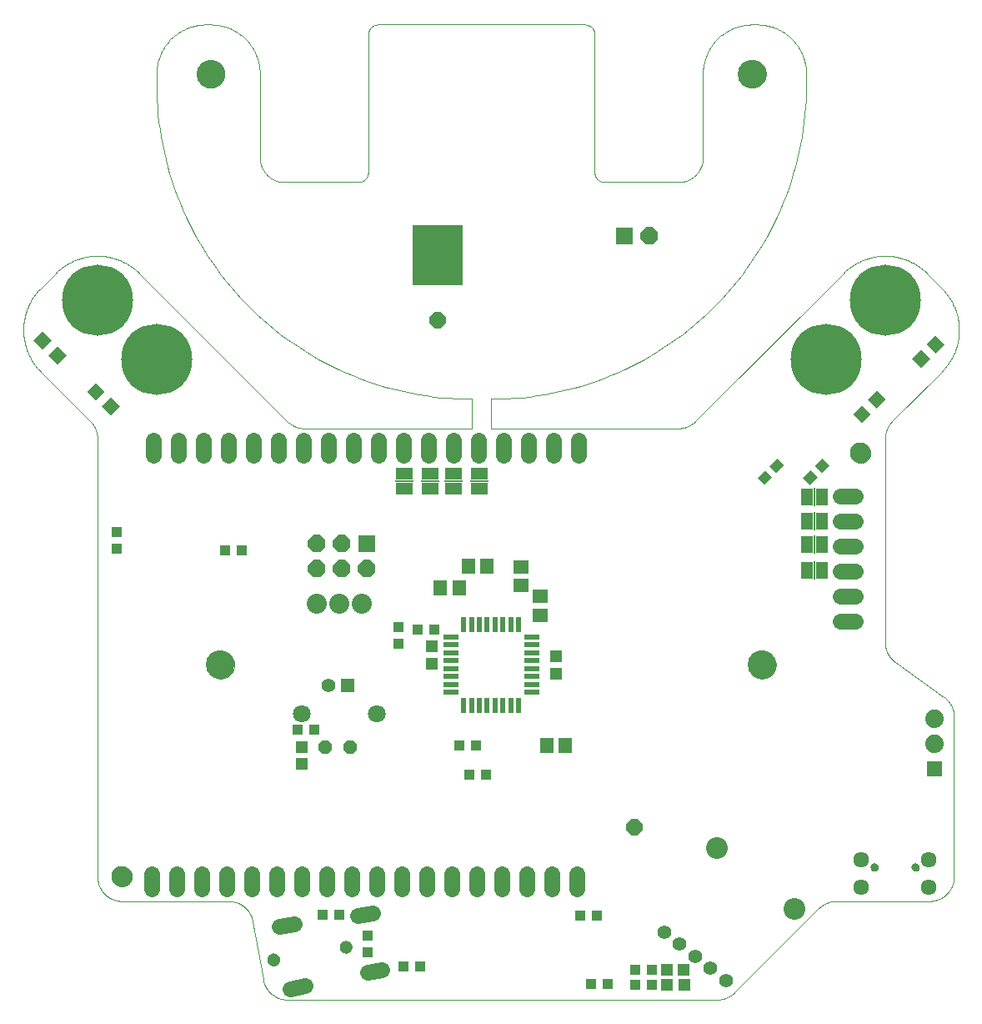
<source format=gts>
G75*
%MOIN*%
%OFA0B0*%
%FSLAX25Y25*%
%IPPOS*%
%LPD*%
%AMOC8*
5,1,8,0,0,1.08239X$1,22.5*
%
%ADD10C,0.00000*%
%ADD11C,0.11424*%
%ADD12C,0.08274*%
%ADD13R,0.20085X0.24022*%
%ADD14C,0.28400*%
%ADD15R,0.05550X0.05550*%
%ADD16C,0.05550*%
%ADD17OC8,0.06400*%
%ADD18C,0.08000*%
%ADD19C,0.07093*%
%ADD20R,0.04337X0.03943*%
%ADD21R,0.03943X0.04337*%
%ADD22OC8,0.05600*%
%ADD23R,0.04652X0.04534*%
%ADD24C,0.06400*%
%ADD25R,0.06200X0.02400*%
%ADD26R,0.02400X0.06200*%
%ADD27R,0.06306X0.05518*%
%ADD28R,0.05518X0.06306*%
%ADD29R,0.06700X0.05000*%
%ADD30R,0.07200X0.00600*%
%ADD31C,0.06337*%
%ADD32C,0.03156*%
%ADD33R,0.06400X0.06400*%
%ADD34C,0.07400*%
%ADD35R,0.07000X0.07000*%
%ADD36OC8,0.07000*%
%ADD37R,0.05124X0.05124*%
%ADD38R,0.05000X0.06700*%
%ADD39R,0.00600X0.07200*%
%ADD40C,0.08668*%
%ADD41C,0.06337*%
%ADD42C,0.05124*%
%ADD43R,0.04534X0.04652*%
D10*
X0036446Y0055626D02*
X0036446Y0230683D01*
X0033563Y0237643D02*
X0013779Y0257427D01*
X0013380Y0257835D01*
X0012991Y0258253D01*
X0012613Y0258680D01*
X0012245Y0259117D01*
X0011887Y0259562D01*
X0011541Y0260015D01*
X0011205Y0260477D01*
X0010881Y0260947D01*
X0010568Y0261425D01*
X0010267Y0261909D01*
X0009977Y0262401D01*
X0009700Y0262900D01*
X0009435Y0263406D01*
X0009182Y0263918D01*
X0008941Y0264435D01*
X0008713Y0264959D01*
X0008498Y0265487D01*
X0008295Y0266021D01*
X0008106Y0266559D01*
X0007930Y0267102D01*
X0007766Y0267649D01*
X0007616Y0268200D01*
X0007480Y0268754D01*
X0007357Y0269312D01*
X0007247Y0269872D01*
X0007151Y0270435D01*
X0007068Y0271000D01*
X0007000Y0271566D01*
X0006944Y0272134D01*
X0006903Y0272704D01*
X0006876Y0273274D01*
X0006862Y0273845D01*
X0006862Y0274415D01*
X0006876Y0274986D01*
X0006903Y0275556D01*
X0006944Y0276126D01*
X0007000Y0276694D01*
X0007068Y0277260D01*
X0007151Y0277825D01*
X0007247Y0278388D01*
X0007357Y0278948D01*
X0007480Y0279506D01*
X0007616Y0280060D01*
X0007766Y0280611D01*
X0007930Y0281158D01*
X0008106Y0281701D01*
X0008295Y0282239D01*
X0008498Y0282773D01*
X0008713Y0283301D01*
X0008941Y0283825D01*
X0009182Y0284342D01*
X0009435Y0284854D01*
X0009700Y0285360D01*
X0009977Y0285859D01*
X0010267Y0286351D01*
X0010568Y0286835D01*
X0010881Y0287313D01*
X0011205Y0287783D01*
X0011541Y0288245D01*
X0011887Y0288698D01*
X0012245Y0289143D01*
X0012613Y0289580D01*
X0012991Y0290007D01*
X0013380Y0290425D01*
X0013779Y0290833D01*
X0019742Y0296797D01*
X0019743Y0296796D02*
X0020151Y0297195D01*
X0020569Y0297584D01*
X0020996Y0297962D01*
X0021433Y0298330D01*
X0021878Y0298688D01*
X0022331Y0299034D01*
X0022793Y0299370D01*
X0023263Y0299694D01*
X0023741Y0300007D01*
X0024225Y0300308D01*
X0024717Y0300598D01*
X0025216Y0300875D01*
X0025722Y0301140D01*
X0026234Y0301393D01*
X0026751Y0301634D01*
X0027275Y0301862D01*
X0027803Y0302077D01*
X0028337Y0302280D01*
X0028875Y0302469D01*
X0029418Y0302645D01*
X0029965Y0302809D01*
X0030516Y0302959D01*
X0031070Y0303095D01*
X0031628Y0303218D01*
X0032188Y0303328D01*
X0032751Y0303424D01*
X0033316Y0303507D01*
X0033882Y0303575D01*
X0034450Y0303631D01*
X0035020Y0303672D01*
X0035590Y0303699D01*
X0036161Y0303713D01*
X0036731Y0303713D01*
X0037302Y0303699D01*
X0037872Y0303672D01*
X0038442Y0303631D01*
X0039010Y0303575D01*
X0039576Y0303507D01*
X0040141Y0303424D01*
X0040704Y0303328D01*
X0041264Y0303218D01*
X0041822Y0303095D01*
X0042376Y0302959D01*
X0042927Y0302809D01*
X0043474Y0302645D01*
X0044017Y0302469D01*
X0044555Y0302280D01*
X0045089Y0302077D01*
X0045617Y0301862D01*
X0046141Y0301634D01*
X0046658Y0301393D01*
X0047170Y0301140D01*
X0047676Y0300875D01*
X0048175Y0300598D01*
X0048667Y0300308D01*
X0049151Y0300007D01*
X0049629Y0299694D01*
X0050099Y0299370D01*
X0050561Y0299034D01*
X0051014Y0298688D01*
X0051459Y0298330D01*
X0051896Y0297962D01*
X0052323Y0297584D01*
X0052741Y0297195D01*
X0053149Y0296796D01*
X0053149Y0296797D02*
X0112303Y0237643D01*
X0119263Y0234760D02*
X0186052Y0234760D01*
X0186052Y0246571D01*
X0193926Y0246571D02*
X0193926Y0234760D01*
X0268589Y0234760D01*
X0268589Y0234759D02*
X0268823Y0234762D01*
X0269057Y0234770D01*
X0269291Y0234784D01*
X0269525Y0234804D01*
X0269758Y0234829D01*
X0269990Y0234859D01*
X0270221Y0234895D01*
X0270452Y0234937D01*
X0270681Y0234984D01*
X0270910Y0235036D01*
X0271137Y0235094D01*
X0271362Y0235158D01*
X0271586Y0235226D01*
X0271808Y0235300D01*
X0272029Y0235380D01*
X0272247Y0235464D01*
X0272464Y0235554D01*
X0272678Y0235648D01*
X0272890Y0235748D01*
X0273099Y0235853D01*
X0273306Y0235963D01*
X0273511Y0236078D01*
X0273712Y0236197D01*
X0273911Y0236322D01*
X0274106Y0236451D01*
X0274299Y0236584D01*
X0274488Y0236722D01*
X0274674Y0236865D01*
X0274856Y0237012D01*
X0275035Y0237163D01*
X0275210Y0237319D01*
X0275381Y0237478D01*
X0275549Y0237642D01*
X0275549Y0237643D02*
X0334703Y0296797D01*
X0334703Y0296796D02*
X0335111Y0297195D01*
X0335529Y0297584D01*
X0335956Y0297962D01*
X0336393Y0298330D01*
X0336838Y0298688D01*
X0337291Y0299034D01*
X0337753Y0299370D01*
X0338223Y0299694D01*
X0338701Y0300007D01*
X0339185Y0300308D01*
X0339677Y0300598D01*
X0340176Y0300875D01*
X0340682Y0301140D01*
X0341194Y0301393D01*
X0341711Y0301634D01*
X0342235Y0301862D01*
X0342763Y0302077D01*
X0343297Y0302280D01*
X0343835Y0302469D01*
X0344378Y0302645D01*
X0344925Y0302809D01*
X0345476Y0302959D01*
X0346030Y0303095D01*
X0346588Y0303218D01*
X0347148Y0303328D01*
X0347711Y0303424D01*
X0348276Y0303507D01*
X0348842Y0303575D01*
X0349410Y0303631D01*
X0349980Y0303672D01*
X0350550Y0303699D01*
X0351121Y0303713D01*
X0351691Y0303713D01*
X0352262Y0303699D01*
X0352832Y0303672D01*
X0353402Y0303631D01*
X0353970Y0303575D01*
X0354536Y0303507D01*
X0355101Y0303424D01*
X0355664Y0303328D01*
X0356224Y0303218D01*
X0356782Y0303095D01*
X0357336Y0302959D01*
X0357887Y0302809D01*
X0358434Y0302645D01*
X0358977Y0302469D01*
X0359515Y0302280D01*
X0360049Y0302077D01*
X0360577Y0301862D01*
X0361101Y0301634D01*
X0361618Y0301393D01*
X0362130Y0301140D01*
X0362636Y0300875D01*
X0363135Y0300598D01*
X0363627Y0300308D01*
X0364111Y0300007D01*
X0364589Y0299694D01*
X0365059Y0299370D01*
X0365521Y0299034D01*
X0365974Y0298688D01*
X0366419Y0298330D01*
X0366856Y0297962D01*
X0367283Y0297584D01*
X0367701Y0297195D01*
X0368109Y0296796D01*
X0368110Y0296797D02*
X0374073Y0290833D01*
X0374472Y0290425D01*
X0374861Y0290007D01*
X0375239Y0289580D01*
X0375607Y0289143D01*
X0375965Y0288698D01*
X0376311Y0288245D01*
X0376647Y0287783D01*
X0376971Y0287313D01*
X0377284Y0286835D01*
X0377585Y0286351D01*
X0377875Y0285859D01*
X0378152Y0285360D01*
X0378417Y0284854D01*
X0378670Y0284342D01*
X0378911Y0283825D01*
X0379139Y0283301D01*
X0379354Y0282773D01*
X0379557Y0282239D01*
X0379746Y0281701D01*
X0379922Y0281158D01*
X0380086Y0280611D01*
X0380236Y0280060D01*
X0380372Y0279506D01*
X0380495Y0278948D01*
X0380605Y0278388D01*
X0380701Y0277825D01*
X0380784Y0277260D01*
X0380852Y0276694D01*
X0380908Y0276126D01*
X0380949Y0275556D01*
X0380976Y0274986D01*
X0380990Y0274415D01*
X0380990Y0273845D01*
X0380976Y0273274D01*
X0380949Y0272704D01*
X0380908Y0272134D01*
X0380852Y0271566D01*
X0380784Y0271000D01*
X0380701Y0270435D01*
X0380605Y0269872D01*
X0380495Y0269312D01*
X0380372Y0268754D01*
X0380236Y0268200D01*
X0380086Y0267649D01*
X0379922Y0267102D01*
X0379746Y0266559D01*
X0379557Y0266021D01*
X0379354Y0265487D01*
X0379139Y0264959D01*
X0378911Y0264435D01*
X0378670Y0263918D01*
X0378417Y0263406D01*
X0378152Y0262900D01*
X0377875Y0262401D01*
X0377585Y0261909D01*
X0377284Y0261425D01*
X0376971Y0260947D01*
X0376647Y0260477D01*
X0376311Y0260015D01*
X0375965Y0259562D01*
X0375607Y0259117D01*
X0375239Y0258680D01*
X0374861Y0258253D01*
X0374472Y0257835D01*
X0374073Y0257427D01*
X0354289Y0237643D01*
X0351406Y0230683D02*
X0351406Y0149274D01*
X0355528Y0141265D02*
X0374844Y0127468D01*
X0378965Y0119459D02*
X0378965Y0055626D01*
X0378966Y0055626D02*
X0378963Y0055388D01*
X0378955Y0055150D01*
X0378940Y0054913D01*
X0378920Y0054676D01*
X0378894Y0054440D01*
X0378863Y0054204D01*
X0378826Y0053969D01*
X0378783Y0053735D01*
X0378734Y0053502D01*
X0378680Y0053270D01*
X0378620Y0053040D01*
X0378555Y0052811D01*
X0378484Y0052584D01*
X0378408Y0052359D01*
X0378326Y0052136D01*
X0378239Y0051914D01*
X0378147Y0051695D01*
X0378049Y0051478D01*
X0377947Y0051264D01*
X0377839Y0051052D01*
X0377725Y0050842D01*
X0377607Y0050636D01*
X0377484Y0050432D01*
X0377356Y0050232D01*
X0377224Y0050035D01*
X0377086Y0049840D01*
X0376944Y0049650D01*
X0376797Y0049462D01*
X0376646Y0049279D01*
X0376491Y0049099D01*
X0376331Y0048923D01*
X0376167Y0048751D01*
X0375998Y0048582D01*
X0375826Y0048418D01*
X0375650Y0048258D01*
X0375470Y0048103D01*
X0375287Y0047952D01*
X0375099Y0047805D01*
X0374909Y0047663D01*
X0374714Y0047525D01*
X0374517Y0047393D01*
X0374317Y0047265D01*
X0374113Y0047142D01*
X0373907Y0047024D01*
X0373697Y0046910D01*
X0373485Y0046802D01*
X0373271Y0046700D01*
X0373054Y0046602D01*
X0372835Y0046510D01*
X0372613Y0046423D01*
X0372390Y0046341D01*
X0372165Y0046265D01*
X0371938Y0046194D01*
X0371709Y0046129D01*
X0371479Y0046069D01*
X0371247Y0046015D01*
X0371014Y0045966D01*
X0370780Y0045923D01*
X0370545Y0045886D01*
X0370309Y0045855D01*
X0370073Y0045829D01*
X0369836Y0045809D01*
X0369599Y0045794D01*
X0369361Y0045786D01*
X0369123Y0045783D01*
X0369123Y0045784D02*
X0331861Y0045784D01*
X0324901Y0042901D02*
X0291297Y0009296D01*
X0284337Y0006413D02*
X0112391Y0006413D01*
X0112151Y0006416D01*
X0111910Y0006425D01*
X0111670Y0006439D01*
X0111431Y0006460D01*
X0111192Y0006486D01*
X0110953Y0006519D01*
X0110716Y0006557D01*
X0110479Y0006600D01*
X0110244Y0006650D01*
X0110010Y0006705D01*
X0109777Y0006766D01*
X0109546Y0006833D01*
X0109317Y0006905D01*
X0109089Y0006983D01*
X0108864Y0007067D01*
X0108640Y0007156D01*
X0108419Y0007250D01*
X0108200Y0007350D01*
X0107984Y0007455D01*
X0107770Y0007565D01*
X0107559Y0007681D01*
X0107351Y0007801D01*
X0107146Y0007927D01*
X0106944Y0008057D01*
X0106746Y0008193D01*
X0106550Y0008333D01*
X0106358Y0008478D01*
X0106170Y0008628D01*
X0105986Y0008782D01*
X0105805Y0008941D01*
X0105628Y0009104D01*
X0105456Y0009271D01*
X0105287Y0009443D01*
X0105123Y0009619D01*
X0104963Y0009798D01*
X0104807Y0009982D01*
X0104656Y0010169D01*
X0104510Y0010359D01*
X0104368Y0010554D01*
X0104231Y0010751D01*
X0104099Y0010952D01*
X0103972Y0011157D01*
X0103850Y0011364D01*
X0103733Y0011574D01*
X0103621Y0011787D01*
X0103514Y0012002D01*
X0103413Y0012221D01*
X0103317Y0012441D01*
X0103227Y0012664D01*
X0103142Y0012889D01*
X0103062Y0013116D01*
X0102988Y0013345D01*
X0102920Y0013575D01*
X0102857Y0013808D01*
X0102800Y0014041D01*
X0102749Y0014276D01*
X0102704Y0014512D01*
X0098533Y0037685D01*
X0104437Y0022396D02*
X0104439Y0022493D01*
X0104445Y0022590D01*
X0104455Y0022686D01*
X0104469Y0022782D01*
X0104487Y0022878D01*
X0104508Y0022972D01*
X0104534Y0023066D01*
X0104563Y0023158D01*
X0104597Y0023249D01*
X0104633Y0023339D01*
X0104674Y0023427D01*
X0104718Y0023513D01*
X0104766Y0023598D01*
X0104817Y0023680D01*
X0104871Y0023761D01*
X0104929Y0023839D01*
X0104990Y0023914D01*
X0105053Y0023987D01*
X0105120Y0024058D01*
X0105190Y0024125D01*
X0105262Y0024190D01*
X0105337Y0024251D01*
X0105415Y0024310D01*
X0105494Y0024365D01*
X0105576Y0024417D01*
X0105660Y0024465D01*
X0105746Y0024510D01*
X0105834Y0024552D01*
X0105923Y0024590D01*
X0106014Y0024624D01*
X0106106Y0024654D01*
X0106199Y0024681D01*
X0106294Y0024703D01*
X0106389Y0024722D01*
X0106485Y0024737D01*
X0106581Y0024748D01*
X0106678Y0024755D01*
X0106775Y0024758D01*
X0106872Y0024757D01*
X0106969Y0024752D01*
X0107065Y0024743D01*
X0107161Y0024730D01*
X0107257Y0024713D01*
X0107352Y0024692D01*
X0107445Y0024668D01*
X0107538Y0024639D01*
X0107630Y0024607D01*
X0107720Y0024571D01*
X0107808Y0024532D01*
X0107895Y0024488D01*
X0107980Y0024442D01*
X0108063Y0024391D01*
X0108144Y0024338D01*
X0108222Y0024281D01*
X0108299Y0024221D01*
X0108372Y0024158D01*
X0108443Y0024092D01*
X0108511Y0024023D01*
X0108577Y0023951D01*
X0108639Y0023877D01*
X0108698Y0023800D01*
X0108754Y0023721D01*
X0108807Y0023639D01*
X0108857Y0023556D01*
X0108902Y0023470D01*
X0108945Y0023383D01*
X0108984Y0023294D01*
X0109019Y0023204D01*
X0109050Y0023112D01*
X0109077Y0023019D01*
X0109101Y0022925D01*
X0109121Y0022830D01*
X0109137Y0022734D01*
X0109149Y0022638D01*
X0109157Y0022541D01*
X0109161Y0022444D01*
X0109161Y0022348D01*
X0109157Y0022251D01*
X0109149Y0022154D01*
X0109137Y0022058D01*
X0109121Y0021962D01*
X0109101Y0021867D01*
X0109077Y0021773D01*
X0109050Y0021680D01*
X0109019Y0021588D01*
X0108984Y0021498D01*
X0108945Y0021409D01*
X0108902Y0021322D01*
X0108857Y0021236D01*
X0108807Y0021153D01*
X0108754Y0021071D01*
X0108698Y0020992D01*
X0108639Y0020915D01*
X0108577Y0020841D01*
X0108511Y0020769D01*
X0108443Y0020700D01*
X0108372Y0020634D01*
X0108299Y0020571D01*
X0108222Y0020511D01*
X0108144Y0020454D01*
X0108063Y0020401D01*
X0107980Y0020350D01*
X0107895Y0020304D01*
X0107808Y0020260D01*
X0107720Y0020221D01*
X0107630Y0020185D01*
X0107538Y0020153D01*
X0107445Y0020124D01*
X0107352Y0020100D01*
X0107257Y0020079D01*
X0107161Y0020062D01*
X0107065Y0020049D01*
X0106969Y0020040D01*
X0106872Y0020035D01*
X0106775Y0020034D01*
X0106678Y0020037D01*
X0106581Y0020044D01*
X0106485Y0020055D01*
X0106389Y0020070D01*
X0106294Y0020089D01*
X0106199Y0020111D01*
X0106106Y0020138D01*
X0106014Y0020168D01*
X0105923Y0020202D01*
X0105834Y0020240D01*
X0105746Y0020282D01*
X0105660Y0020327D01*
X0105576Y0020375D01*
X0105494Y0020427D01*
X0105415Y0020482D01*
X0105337Y0020541D01*
X0105262Y0020602D01*
X0105190Y0020667D01*
X0105120Y0020734D01*
X0105053Y0020805D01*
X0104990Y0020878D01*
X0104929Y0020953D01*
X0104871Y0021031D01*
X0104817Y0021112D01*
X0104766Y0021194D01*
X0104718Y0021279D01*
X0104674Y0021365D01*
X0104633Y0021453D01*
X0104597Y0021543D01*
X0104563Y0021634D01*
X0104534Y0021726D01*
X0104508Y0021820D01*
X0104487Y0021914D01*
X0104469Y0022010D01*
X0104455Y0022106D01*
X0104445Y0022202D01*
X0104439Y0022299D01*
X0104437Y0022396D01*
X0098534Y0037685D02*
X0098489Y0037921D01*
X0098438Y0038156D01*
X0098381Y0038389D01*
X0098318Y0038622D01*
X0098250Y0038852D01*
X0098176Y0039081D01*
X0098096Y0039308D01*
X0098011Y0039533D01*
X0097921Y0039756D01*
X0097825Y0039976D01*
X0097724Y0040195D01*
X0097617Y0040410D01*
X0097505Y0040623D01*
X0097388Y0040833D01*
X0097266Y0041040D01*
X0097139Y0041245D01*
X0097007Y0041446D01*
X0096870Y0041643D01*
X0096728Y0041838D01*
X0096582Y0042028D01*
X0096431Y0042215D01*
X0096275Y0042399D01*
X0096115Y0042578D01*
X0095951Y0042754D01*
X0095782Y0042926D01*
X0095610Y0043093D01*
X0095433Y0043256D01*
X0095252Y0043415D01*
X0095068Y0043569D01*
X0094880Y0043719D01*
X0094688Y0043864D01*
X0094492Y0044004D01*
X0094294Y0044140D01*
X0094092Y0044270D01*
X0093887Y0044396D01*
X0093679Y0044516D01*
X0093468Y0044632D01*
X0093254Y0044742D01*
X0093038Y0044847D01*
X0092819Y0044947D01*
X0092598Y0045041D01*
X0092374Y0045130D01*
X0092149Y0045214D01*
X0091921Y0045292D01*
X0091692Y0045364D01*
X0091461Y0045431D01*
X0091228Y0045492D01*
X0090994Y0045547D01*
X0090759Y0045597D01*
X0090522Y0045640D01*
X0090285Y0045678D01*
X0090046Y0045711D01*
X0089807Y0045737D01*
X0089568Y0045758D01*
X0089328Y0045772D01*
X0089087Y0045781D01*
X0088847Y0045784D01*
X0046288Y0045784D01*
X0042351Y0055626D02*
X0042353Y0055751D01*
X0042359Y0055876D01*
X0042369Y0056000D01*
X0042383Y0056124D01*
X0042400Y0056248D01*
X0042422Y0056371D01*
X0042448Y0056493D01*
X0042477Y0056615D01*
X0042510Y0056735D01*
X0042548Y0056854D01*
X0042588Y0056973D01*
X0042633Y0057089D01*
X0042681Y0057204D01*
X0042733Y0057318D01*
X0042789Y0057430D01*
X0042848Y0057540D01*
X0042910Y0057648D01*
X0042976Y0057755D01*
X0043045Y0057859D01*
X0043118Y0057960D01*
X0043193Y0058060D01*
X0043272Y0058157D01*
X0043354Y0058251D01*
X0043439Y0058343D01*
X0043526Y0058432D01*
X0043617Y0058518D01*
X0043710Y0058601D01*
X0043806Y0058682D01*
X0043904Y0058759D01*
X0044004Y0058833D01*
X0044107Y0058904D01*
X0044212Y0058971D01*
X0044320Y0059036D01*
X0044429Y0059096D01*
X0044540Y0059154D01*
X0044653Y0059207D01*
X0044767Y0059257D01*
X0044883Y0059304D01*
X0045000Y0059346D01*
X0045119Y0059385D01*
X0045239Y0059421D01*
X0045360Y0059452D01*
X0045482Y0059480D01*
X0045604Y0059503D01*
X0045728Y0059523D01*
X0045852Y0059539D01*
X0045976Y0059551D01*
X0046101Y0059559D01*
X0046226Y0059563D01*
X0046350Y0059563D01*
X0046475Y0059559D01*
X0046600Y0059551D01*
X0046724Y0059539D01*
X0046848Y0059523D01*
X0046972Y0059503D01*
X0047094Y0059480D01*
X0047216Y0059452D01*
X0047337Y0059421D01*
X0047457Y0059385D01*
X0047576Y0059346D01*
X0047693Y0059304D01*
X0047809Y0059257D01*
X0047923Y0059207D01*
X0048036Y0059154D01*
X0048147Y0059096D01*
X0048257Y0059036D01*
X0048364Y0058971D01*
X0048469Y0058904D01*
X0048572Y0058833D01*
X0048672Y0058759D01*
X0048770Y0058682D01*
X0048866Y0058601D01*
X0048959Y0058518D01*
X0049050Y0058432D01*
X0049137Y0058343D01*
X0049222Y0058251D01*
X0049304Y0058157D01*
X0049383Y0058060D01*
X0049458Y0057960D01*
X0049531Y0057859D01*
X0049600Y0057755D01*
X0049666Y0057648D01*
X0049728Y0057540D01*
X0049787Y0057430D01*
X0049843Y0057318D01*
X0049895Y0057204D01*
X0049943Y0057089D01*
X0049988Y0056973D01*
X0050028Y0056854D01*
X0050066Y0056735D01*
X0050099Y0056615D01*
X0050128Y0056493D01*
X0050154Y0056371D01*
X0050176Y0056248D01*
X0050193Y0056124D01*
X0050207Y0056000D01*
X0050217Y0055876D01*
X0050223Y0055751D01*
X0050225Y0055626D01*
X0050223Y0055501D01*
X0050217Y0055376D01*
X0050207Y0055252D01*
X0050193Y0055128D01*
X0050176Y0055004D01*
X0050154Y0054881D01*
X0050128Y0054759D01*
X0050099Y0054637D01*
X0050066Y0054517D01*
X0050028Y0054398D01*
X0049988Y0054279D01*
X0049943Y0054163D01*
X0049895Y0054048D01*
X0049843Y0053934D01*
X0049787Y0053822D01*
X0049728Y0053712D01*
X0049666Y0053604D01*
X0049600Y0053497D01*
X0049531Y0053393D01*
X0049458Y0053292D01*
X0049383Y0053192D01*
X0049304Y0053095D01*
X0049222Y0053001D01*
X0049137Y0052909D01*
X0049050Y0052820D01*
X0048959Y0052734D01*
X0048866Y0052651D01*
X0048770Y0052570D01*
X0048672Y0052493D01*
X0048572Y0052419D01*
X0048469Y0052348D01*
X0048364Y0052281D01*
X0048256Y0052216D01*
X0048147Y0052156D01*
X0048036Y0052098D01*
X0047923Y0052045D01*
X0047809Y0051995D01*
X0047693Y0051948D01*
X0047576Y0051906D01*
X0047457Y0051867D01*
X0047337Y0051831D01*
X0047216Y0051800D01*
X0047094Y0051772D01*
X0046972Y0051749D01*
X0046848Y0051729D01*
X0046724Y0051713D01*
X0046600Y0051701D01*
X0046475Y0051693D01*
X0046350Y0051689D01*
X0046226Y0051689D01*
X0046101Y0051693D01*
X0045976Y0051701D01*
X0045852Y0051713D01*
X0045728Y0051729D01*
X0045604Y0051749D01*
X0045482Y0051772D01*
X0045360Y0051800D01*
X0045239Y0051831D01*
X0045119Y0051867D01*
X0045000Y0051906D01*
X0044883Y0051948D01*
X0044767Y0051995D01*
X0044653Y0052045D01*
X0044540Y0052098D01*
X0044429Y0052156D01*
X0044319Y0052216D01*
X0044212Y0052281D01*
X0044107Y0052348D01*
X0044004Y0052419D01*
X0043904Y0052493D01*
X0043806Y0052570D01*
X0043710Y0052651D01*
X0043617Y0052734D01*
X0043526Y0052820D01*
X0043439Y0052909D01*
X0043354Y0053001D01*
X0043272Y0053095D01*
X0043193Y0053192D01*
X0043118Y0053292D01*
X0043045Y0053393D01*
X0042976Y0053497D01*
X0042910Y0053604D01*
X0042848Y0053712D01*
X0042789Y0053822D01*
X0042733Y0053934D01*
X0042681Y0054048D01*
X0042633Y0054163D01*
X0042588Y0054279D01*
X0042548Y0054398D01*
X0042510Y0054517D01*
X0042477Y0054637D01*
X0042448Y0054759D01*
X0042422Y0054881D01*
X0042400Y0055004D01*
X0042383Y0055128D01*
X0042369Y0055252D01*
X0042359Y0055376D01*
X0042353Y0055501D01*
X0042351Y0055626D01*
X0036445Y0055626D02*
X0036448Y0055388D01*
X0036456Y0055150D01*
X0036471Y0054913D01*
X0036491Y0054676D01*
X0036517Y0054440D01*
X0036548Y0054204D01*
X0036585Y0053969D01*
X0036628Y0053735D01*
X0036677Y0053502D01*
X0036731Y0053270D01*
X0036791Y0053040D01*
X0036856Y0052811D01*
X0036927Y0052584D01*
X0037003Y0052359D01*
X0037085Y0052136D01*
X0037172Y0051914D01*
X0037264Y0051695D01*
X0037362Y0051478D01*
X0037464Y0051264D01*
X0037572Y0051052D01*
X0037686Y0050842D01*
X0037804Y0050636D01*
X0037927Y0050432D01*
X0038055Y0050232D01*
X0038187Y0050035D01*
X0038325Y0049840D01*
X0038467Y0049650D01*
X0038614Y0049462D01*
X0038765Y0049279D01*
X0038920Y0049099D01*
X0039080Y0048923D01*
X0039244Y0048751D01*
X0039413Y0048582D01*
X0039585Y0048418D01*
X0039761Y0048258D01*
X0039941Y0048103D01*
X0040124Y0047952D01*
X0040312Y0047805D01*
X0040502Y0047663D01*
X0040697Y0047525D01*
X0040894Y0047393D01*
X0041094Y0047265D01*
X0041298Y0047142D01*
X0041504Y0047024D01*
X0041714Y0046910D01*
X0041926Y0046802D01*
X0042140Y0046700D01*
X0042357Y0046602D01*
X0042576Y0046510D01*
X0042798Y0046423D01*
X0043021Y0046341D01*
X0043246Y0046265D01*
X0043473Y0046194D01*
X0043702Y0046129D01*
X0043932Y0046069D01*
X0044164Y0046015D01*
X0044397Y0045966D01*
X0044631Y0045923D01*
X0044866Y0045886D01*
X0045102Y0045855D01*
X0045338Y0045829D01*
X0045575Y0045809D01*
X0045812Y0045794D01*
X0046050Y0045786D01*
X0046288Y0045783D01*
X0080146Y0140272D02*
X0080148Y0140420D01*
X0080154Y0140568D01*
X0080164Y0140716D01*
X0080178Y0140863D01*
X0080196Y0141010D01*
X0080217Y0141156D01*
X0080243Y0141302D01*
X0080273Y0141447D01*
X0080306Y0141591D01*
X0080344Y0141734D01*
X0080385Y0141876D01*
X0080430Y0142017D01*
X0080478Y0142157D01*
X0080531Y0142296D01*
X0080587Y0142433D01*
X0080647Y0142568D01*
X0080710Y0142702D01*
X0080777Y0142834D01*
X0080848Y0142964D01*
X0080922Y0143092D01*
X0080999Y0143218D01*
X0081080Y0143342D01*
X0081164Y0143464D01*
X0081251Y0143583D01*
X0081342Y0143700D01*
X0081436Y0143815D01*
X0081532Y0143927D01*
X0081632Y0144037D01*
X0081734Y0144143D01*
X0081840Y0144247D01*
X0081948Y0144348D01*
X0082059Y0144446D01*
X0082172Y0144542D01*
X0082288Y0144634D01*
X0082406Y0144723D01*
X0082527Y0144808D01*
X0082650Y0144891D01*
X0082775Y0144970D01*
X0082902Y0145046D01*
X0083031Y0145118D01*
X0083162Y0145187D01*
X0083295Y0145252D01*
X0083430Y0145313D01*
X0083566Y0145371D01*
X0083703Y0145426D01*
X0083842Y0145476D01*
X0083983Y0145523D01*
X0084124Y0145566D01*
X0084267Y0145606D01*
X0084411Y0145641D01*
X0084555Y0145673D01*
X0084701Y0145700D01*
X0084847Y0145724D01*
X0084994Y0145744D01*
X0085141Y0145760D01*
X0085288Y0145772D01*
X0085436Y0145780D01*
X0085584Y0145784D01*
X0085732Y0145784D01*
X0085880Y0145780D01*
X0086028Y0145772D01*
X0086175Y0145760D01*
X0086322Y0145744D01*
X0086469Y0145724D01*
X0086615Y0145700D01*
X0086761Y0145673D01*
X0086905Y0145641D01*
X0087049Y0145606D01*
X0087192Y0145566D01*
X0087333Y0145523D01*
X0087474Y0145476D01*
X0087613Y0145426D01*
X0087750Y0145371D01*
X0087886Y0145313D01*
X0088021Y0145252D01*
X0088154Y0145187D01*
X0088285Y0145118D01*
X0088414Y0145046D01*
X0088541Y0144970D01*
X0088666Y0144891D01*
X0088789Y0144808D01*
X0088910Y0144723D01*
X0089028Y0144634D01*
X0089144Y0144542D01*
X0089257Y0144446D01*
X0089368Y0144348D01*
X0089476Y0144247D01*
X0089582Y0144143D01*
X0089684Y0144037D01*
X0089784Y0143927D01*
X0089880Y0143815D01*
X0089974Y0143700D01*
X0090065Y0143583D01*
X0090152Y0143464D01*
X0090236Y0143342D01*
X0090317Y0143218D01*
X0090394Y0143092D01*
X0090468Y0142964D01*
X0090539Y0142834D01*
X0090606Y0142702D01*
X0090669Y0142568D01*
X0090729Y0142433D01*
X0090785Y0142296D01*
X0090838Y0142157D01*
X0090886Y0142017D01*
X0090931Y0141876D01*
X0090972Y0141734D01*
X0091010Y0141591D01*
X0091043Y0141447D01*
X0091073Y0141302D01*
X0091099Y0141156D01*
X0091120Y0141010D01*
X0091138Y0140863D01*
X0091152Y0140716D01*
X0091162Y0140568D01*
X0091168Y0140420D01*
X0091170Y0140272D01*
X0091168Y0140124D01*
X0091162Y0139976D01*
X0091152Y0139828D01*
X0091138Y0139681D01*
X0091120Y0139534D01*
X0091099Y0139388D01*
X0091073Y0139242D01*
X0091043Y0139097D01*
X0091010Y0138953D01*
X0090972Y0138810D01*
X0090931Y0138668D01*
X0090886Y0138527D01*
X0090838Y0138387D01*
X0090785Y0138248D01*
X0090729Y0138111D01*
X0090669Y0137976D01*
X0090606Y0137842D01*
X0090539Y0137710D01*
X0090468Y0137580D01*
X0090394Y0137452D01*
X0090317Y0137326D01*
X0090236Y0137202D01*
X0090152Y0137080D01*
X0090065Y0136961D01*
X0089974Y0136844D01*
X0089880Y0136729D01*
X0089784Y0136617D01*
X0089684Y0136507D01*
X0089582Y0136401D01*
X0089476Y0136297D01*
X0089368Y0136196D01*
X0089257Y0136098D01*
X0089144Y0136002D01*
X0089028Y0135910D01*
X0088910Y0135821D01*
X0088789Y0135736D01*
X0088666Y0135653D01*
X0088541Y0135574D01*
X0088414Y0135498D01*
X0088285Y0135426D01*
X0088154Y0135357D01*
X0088021Y0135292D01*
X0087886Y0135231D01*
X0087750Y0135173D01*
X0087613Y0135118D01*
X0087474Y0135068D01*
X0087333Y0135021D01*
X0087192Y0134978D01*
X0087049Y0134938D01*
X0086905Y0134903D01*
X0086761Y0134871D01*
X0086615Y0134844D01*
X0086469Y0134820D01*
X0086322Y0134800D01*
X0086175Y0134784D01*
X0086028Y0134772D01*
X0085880Y0134764D01*
X0085732Y0134760D01*
X0085584Y0134760D01*
X0085436Y0134764D01*
X0085288Y0134772D01*
X0085141Y0134784D01*
X0084994Y0134800D01*
X0084847Y0134820D01*
X0084701Y0134844D01*
X0084555Y0134871D01*
X0084411Y0134903D01*
X0084267Y0134938D01*
X0084124Y0134978D01*
X0083983Y0135021D01*
X0083842Y0135068D01*
X0083703Y0135118D01*
X0083566Y0135173D01*
X0083430Y0135231D01*
X0083295Y0135292D01*
X0083162Y0135357D01*
X0083031Y0135426D01*
X0082902Y0135498D01*
X0082775Y0135574D01*
X0082650Y0135653D01*
X0082527Y0135736D01*
X0082406Y0135821D01*
X0082288Y0135910D01*
X0082172Y0136002D01*
X0082059Y0136098D01*
X0081948Y0136196D01*
X0081840Y0136297D01*
X0081734Y0136401D01*
X0081632Y0136507D01*
X0081532Y0136617D01*
X0081436Y0136729D01*
X0081342Y0136844D01*
X0081251Y0136961D01*
X0081164Y0137080D01*
X0081080Y0137202D01*
X0080999Y0137326D01*
X0080922Y0137452D01*
X0080848Y0137580D01*
X0080777Y0137710D01*
X0080710Y0137842D01*
X0080647Y0137976D01*
X0080587Y0138111D01*
X0080531Y0138248D01*
X0080478Y0138387D01*
X0080430Y0138527D01*
X0080385Y0138668D01*
X0080344Y0138810D01*
X0080306Y0138953D01*
X0080273Y0139097D01*
X0080243Y0139242D01*
X0080217Y0139388D01*
X0080196Y0139534D01*
X0080178Y0139681D01*
X0080164Y0139828D01*
X0080154Y0139976D01*
X0080148Y0140124D01*
X0080146Y0140272D01*
X0036446Y0230683D02*
X0036443Y0230917D01*
X0036435Y0231151D01*
X0036421Y0231385D01*
X0036401Y0231619D01*
X0036376Y0231852D01*
X0036346Y0232084D01*
X0036310Y0232315D01*
X0036268Y0232546D01*
X0036221Y0232775D01*
X0036169Y0233004D01*
X0036111Y0233231D01*
X0036047Y0233456D01*
X0035979Y0233680D01*
X0035905Y0233902D01*
X0035825Y0234123D01*
X0035741Y0234341D01*
X0035651Y0234558D01*
X0035557Y0234772D01*
X0035457Y0234984D01*
X0035352Y0235193D01*
X0035242Y0235400D01*
X0035127Y0235605D01*
X0035008Y0235806D01*
X0034883Y0236005D01*
X0034754Y0236200D01*
X0034621Y0236393D01*
X0034483Y0236582D01*
X0034340Y0236768D01*
X0034193Y0236950D01*
X0034042Y0237129D01*
X0033886Y0237304D01*
X0033727Y0237475D01*
X0033563Y0237643D01*
X0101406Y0343028D02*
X0101406Y0376492D01*
X0101400Y0376968D01*
X0101383Y0377443D01*
X0101354Y0377918D01*
X0101314Y0378392D01*
X0101262Y0378865D01*
X0101199Y0379336D01*
X0101125Y0379806D01*
X0101039Y0380274D01*
X0100942Y0380740D01*
X0100834Y0381203D01*
X0100715Y0381663D01*
X0100584Y0382121D01*
X0100443Y0382575D01*
X0100290Y0383026D01*
X0100127Y0383472D01*
X0099953Y0383915D01*
X0099768Y0384353D01*
X0099573Y0384787D01*
X0099367Y0385216D01*
X0099151Y0385640D01*
X0098925Y0386059D01*
X0098689Y0386472D01*
X0098443Y0386879D01*
X0098187Y0387280D01*
X0097921Y0387674D01*
X0097646Y0388063D01*
X0097362Y0388444D01*
X0097069Y0388818D01*
X0096767Y0389186D01*
X0096455Y0389546D01*
X0096136Y0389898D01*
X0095808Y0390242D01*
X0095471Y0390579D01*
X0095127Y0390907D01*
X0094775Y0391226D01*
X0094415Y0391538D01*
X0094047Y0391840D01*
X0093673Y0392133D01*
X0093292Y0392417D01*
X0092903Y0392692D01*
X0092509Y0392958D01*
X0092108Y0393214D01*
X0091701Y0393460D01*
X0091288Y0393696D01*
X0090869Y0393922D01*
X0090445Y0394138D01*
X0090016Y0394344D01*
X0089582Y0394539D01*
X0089144Y0394724D01*
X0088701Y0394898D01*
X0088255Y0395061D01*
X0087804Y0395214D01*
X0087350Y0395355D01*
X0086892Y0395486D01*
X0086432Y0395605D01*
X0085969Y0395713D01*
X0085503Y0395810D01*
X0085035Y0395896D01*
X0084565Y0395970D01*
X0084094Y0396033D01*
X0083621Y0396085D01*
X0083147Y0396125D01*
X0082672Y0396154D01*
X0082197Y0396171D01*
X0081721Y0396177D01*
X0079753Y0396177D01*
X0079277Y0396171D01*
X0078802Y0396154D01*
X0078327Y0396125D01*
X0077853Y0396085D01*
X0077380Y0396033D01*
X0076909Y0395970D01*
X0076439Y0395896D01*
X0075971Y0395810D01*
X0075505Y0395713D01*
X0075042Y0395605D01*
X0074582Y0395486D01*
X0074124Y0395355D01*
X0073670Y0395214D01*
X0073219Y0395061D01*
X0072773Y0394898D01*
X0072330Y0394724D01*
X0071892Y0394539D01*
X0071458Y0394344D01*
X0071029Y0394138D01*
X0070605Y0393922D01*
X0070186Y0393696D01*
X0069773Y0393460D01*
X0069366Y0393214D01*
X0068965Y0392958D01*
X0068571Y0392692D01*
X0068182Y0392417D01*
X0067801Y0392133D01*
X0067427Y0391840D01*
X0067059Y0391538D01*
X0066699Y0391226D01*
X0066347Y0390907D01*
X0066003Y0390579D01*
X0065666Y0390242D01*
X0065338Y0389898D01*
X0065019Y0389546D01*
X0064707Y0389186D01*
X0064405Y0388818D01*
X0064112Y0388444D01*
X0063828Y0388063D01*
X0063553Y0387674D01*
X0063287Y0387280D01*
X0063031Y0386879D01*
X0062785Y0386472D01*
X0062549Y0386059D01*
X0062323Y0385640D01*
X0062107Y0385216D01*
X0061901Y0384787D01*
X0061706Y0384353D01*
X0061521Y0383915D01*
X0061347Y0383472D01*
X0061184Y0383026D01*
X0061031Y0382575D01*
X0060890Y0382121D01*
X0060759Y0381663D01*
X0060640Y0381203D01*
X0060532Y0380740D01*
X0060435Y0380274D01*
X0060349Y0379806D01*
X0060275Y0379336D01*
X0060212Y0378865D01*
X0060160Y0378392D01*
X0060120Y0377918D01*
X0060091Y0377443D01*
X0060074Y0376968D01*
X0060068Y0376492D01*
X0060068Y0372555D01*
X0076209Y0376492D02*
X0076211Y0376640D01*
X0076217Y0376788D01*
X0076227Y0376936D01*
X0076241Y0377083D01*
X0076259Y0377230D01*
X0076280Y0377376D01*
X0076306Y0377522D01*
X0076336Y0377667D01*
X0076369Y0377811D01*
X0076407Y0377954D01*
X0076448Y0378096D01*
X0076493Y0378237D01*
X0076541Y0378377D01*
X0076594Y0378516D01*
X0076650Y0378653D01*
X0076710Y0378788D01*
X0076773Y0378922D01*
X0076840Y0379054D01*
X0076911Y0379184D01*
X0076985Y0379312D01*
X0077062Y0379438D01*
X0077143Y0379562D01*
X0077227Y0379684D01*
X0077314Y0379803D01*
X0077405Y0379920D01*
X0077499Y0380035D01*
X0077595Y0380147D01*
X0077695Y0380257D01*
X0077797Y0380363D01*
X0077903Y0380467D01*
X0078011Y0380568D01*
X0078122Y0380666D01*
X0078235Y0380762D01*
X0078351Y0380854D01*
X0078469Y0380943D01*
X0078590Y0381028D01*
X0078713Y0381111D01*
X0078838Y0381190D01*
X0078965Y0381266D01*
X0079094Y0381338D01*
X0079225Y0381407D01*
X0079358Y0381472D01*
X0079493Y0381533D01*
X0079629Y0381591D01*
X0079766Y0381646D01*
X0079905Y0381696D01*
X0080046Y0381743D01*
X0080187Y0381786D01*
X0080330Y0381826D01*
X0080474Y0381861D01*
X0080618Y0381893D01*
X0080764Y0381920D01*
X0080910Y0381944D01*
X0081057Y0381964D01*
X0081204Y0381980D01*
X0081351Y0381992D01*
X0081499Y0382000D01*
X0081647Y0382004D01*
X0081795Y0382004D01*
X0081943Y0382000D01*
X0082091Y0381992D01*
X0082238Y0381980D01*
X0082385Y0381964D01*
X0082532Y0381944D01*
X0082678Y0381920D01*
X0082824Y0381893D01*
X0082968Y0381861D01*
X0083112Y0381826D01*
X0083255Y0381786D01*
X0083396Y0381743D01*
X0083537Y0381696D01*
X0083676Y0381646D01*
X0083813Y0381591D01*
X0083949Y0381533D01*
X0084084Y0381472D01*
X0084217Y0381407D01*
X0084348Y0381338D01*
X0084477Y0381266D01*
X0084604Y0381190D01*
X0084729Y0381111D01*
X0084852Y0381028D01*
X0084973Y0380943D01*
X0085091Y0380854D01*
X0085207Y0380762D01*
X0085320Y0380666D01*
X0085431Y0380568D01*
X0085539Y0380467D01*
X0085645Y0380363D01*
X0085747Y0380257D01*
X0085847Y0380147D01*
X0085943Y0380035D01*
X0086037Y0379920D01*
X0086128Y0379803D01*
X0086215Y0379684D01*
X0086299Y0379562D01*
X0086380Y0379438D01*
X0086457Y0379312D01*
X0086531Y0379184D01*
X0086602Y0379054D01*
X0086669Y0378922D01*
X0086732Y0378788D01*
X0086792Y0378653D01*
X0086848Y0378516D01*
X0086901Y0378377D01*
X0086949Y0378237D01*
X0086994Y0378096D01*
X0087035Y0377954D01*
X0087073Y0377811D01*
X0087106Y0377667D01*
X0087136Y0377522D01*
X0087162Y0377376D01*
X0087183Y0377230D01*
X0087201Y0377083D01*
X0087215Y0376936D01*
X0087225Y0376788D01*
X0087231Y0376640D01*
X0087233Y0376492D01*
X0087231Y0376344D01*
X0087225Y0376196D01*
X0087215Y0376048D01*
X0087201Y0375901D01*
X0087183Y0375754D01*
X0087162Y0375608D01*
X0087136Y0375462D01*
X0087106Y0375317D01*
X0087073Y0375173D01*
X0087035Y0375030D01*
X0086994Y0374888D01*
X0086949Y0374747D01*
X0086901Y0374607D01*
X0086848Y0374468D01*
X0086792Y0374331D01*
X0086732Y0374196D01*
X0086669Y0374062D01*
X0086602Y0373930D01*
X0086531Y0373800D01*
X0086457Y0373672D01*
X0086380Y0373546D01*
X0086299Y0373422D01*
X0086215Y0373300D01*
X0086128Y0373181D01*
X0086037Y0373064D01*
X0085943Y0372949D01*
X0085847Y0372837D01*
X0085747Y0372727D01*
X0085645Y0372621D01*
X0085539Y0372517D01*
X0085431Y0372416D01*
X0085320Y0372318D01*
X0085207Y0372222D01*
X0085091Y0372130D01*
X0084973Y0372041D01*
X0084852Y0371956D01*
X0084729Y0371873D01*
X0084604Y0371794D01*
X0084477Y0371718D01*
X0084348Y0371646D01*
X0084217Y0371577D01*
X0084084Y0371512D01*
X0083949Y0371451D01*
X0083813Y0371393D01*
X0083676Y0371338D01*
X0083537Y0371288D01*
X0083396Y0371241D01*
X0083255Y0371198D01*
X0083112Y0371158D01*
X0082968Y0371123D01*
X0082824Y0371091D01*
X0082678Y0371064D01*
X0082532Y0371040D01*
X0082385Y0371020D01*
X0082238Y0371004D01*
X0082091Y0370992D01*
X0081943Y0370984D01*
X0081795Y0370980D01*
X0081647Y0370980D01*
X0081499Y0370984D01*
X0081351Y0370992D01*
X0081204Y0371004D01*
X0081057Y0371020D01*
X0080910Y0371040D01*
X0080764Y0371064D01*
X0080618Y0371091D01*
X0080474Y0371123D01*
X0080330Y0371158D01*
X0080187Y0371198D01*
X0080046Y0371241D01*
X0079905Y0371288D01*
X0079766Y0371338D01*
X0079629Y0371393D01*
X0079493Y0371451D01*
X0079358Y0371512D01*
X0079225Y0371577D01*
X0079094Y0371646D01*
X0078965Y0371718D01*
X0078838Y0371794D01*
X0078713Y0371873D01*
X0078590Y0371956D01*
X0078469Y0372041D01*
X0078351Y0372130D01*
X0078235Y0372222D01*
X0078122Y0372318D01*
X0078011Y0372416D01*
X0077903Y0372517D01*
X0077797Y0372621D01*
X0077695Y0372727D01*
X0077595Y0372837D01*
X0077499Y0372949D01*
X0077405Y0373064D01*
X0077314Y0373181D01*
X0077227Y0373300D01*
X0077143Y0373422D01*
X0077062Y0373546D01*
X0076985Y0373672D01*
X0076911Y0373800D01*
X0076840Y0373930D01*
X0076773Y0374062D01*
X0076710Y0374196D01*
X0076650Y0374331D01*
X0076594Y0374468D01*
X0076541Y0374607D01*
X0076493Y0374747D01*
X0076448Y0374888D01*
X0076407Y0375030D01*
X0076369Y0375173D01*
X0076336Y0375317D01*
X0076306Y0375462D01*
X0076280Y0375608D01*
X0076259Y0375754D01*
X0076241Y0375901D01*
X0076227Y0376048D01*
X0076217Y0376196D01*
X0076211Y0376344D01*
X0076209Y0376492D01*
X0101406Y0343028D02*
X0101409Y0342790D01*
X0101417Y0342552D01*
X0101432Y0342315D01*
X0101452Y0342078D01*
X0101478Y0341842D01*
X0101509Y0341606D01*
X0101546Y0341371D01*
X0101589Y0341137D01*
X0101638Y0340904D01*
X0101692Y0340672D01*
X0101752Y0340442D01*
X0101817Y0340213D01*
X0101888Y0339986D01*
X0101964Y0339761D01*
X0102046Y0339538D01*
X0102133Y0339316D01*
X0102225Y0339097D01*
X0102323Y0338880D01*
X0102425Y0338666D01*
X0102533Y0338454D01*
X0102647Y0338244D01*
X0102765Y0338038D01*
X0102888Y0337834D01*
X0103016Y0337634D01*
X0103148Y0337437D01*
X0103286Y0337242D01*
X0103428Y0337052D01*
X0103575Y0336864D01*
X0103726Y0336681D01*
X0103881Y0336501D01*
X0104041Y0336325D01*
X0104205Y0336153D01*
X0104374Y0335984D01*
X0104546Y0335820D01*
X0104722Y0335660D01*
X0104902Y0335505D01*
X0105085Y0335354D01*
X0105273Y0335207D01*
X0105463Y0335065D01*
X0105658Y0334927D01*
X0105855Y0334795D01*
X0106055Y0334667D01*
X0106259Y0334544D01*
X0106465Y0334426D01*
X0106675Y0334312D01*
X0106887Y0334204D01*
X0107101Y0334102D01*
X0107318Y0334004D01*
X0107537Y0333912D01*
X0107759Y0333825D01*
X0107982Y0333743D01*
X0108207Y0333667D01*
X0108434Y0333596D01*
X0108663Y0333531D01*
X0108893Y0333471D01*
X0109125Y0333417D01*
X0109358Y0333368D01*
X0109592Y0333325D01*
X0109827Y0333288D01*
X0110063Y0333257D01*
X0110299Y0333231D01*
X0110536Y0333211D01*
X0110773Y0333196D01*
X0111011Y0333188D01*
X0111249Y0333185D01*
X0140776Y0333185D01*
X0140900Y0333187D01*
X0141023Y0333193D01*
X0141147Y0333202D01*
X0141269Y0333216D01*
X0141392Y0333233D01*
X0141514Y0333255D01*
X0141635Y0333280D01*
X0141755Y0333309D01*
X0141874Y0333341D01*
X0141993Y0333378D01*
X0142110Y0333418D01*
X0142225Y0333461D01*
X0142340Y0333509D01*
X0142452Y0333560D01*
X0142563Y0333614D01*
X0142673Y0333672D01*
X0142780Y0333733D01*
X0142886Y0333798D01*
X0142989Y0333866D01*
X0143090Y0333937D01*
X0143189Y0334011D01*
X0143286Y0334088D01*
X0143380Y0334169D01*
X0143471Y0334252D01*
X0143560Y0334338D01*
X0143646Y0334427D01*
X0143729Y0334518D01*
X0143810Y0334612D01*
X0143887Y0334709D01*
X0143961Y0334808D01*
X0144032Y0334909D01*
X0144100Y0335012D01*
X0144165Y0335118D01*
X0144226Y0335225D01*
X0144284Y0335335D01*
X0144338Y0335446D01*
X0144389Y0335558D01*
X0144437Y0335673D01*
X0144480Y0335788D01*
X0144520Y0335905D01*
X0144557Y0336024D01*
X0144589Y0336143D01*
X0144618Y0336263D01*
X0144643Y0336384D01*
X0144665Y0336506D01*
X0144682Y0336629D01*
X0144696Y0336751D01*
X0144705Y0336875D01*
X0144711Y0336998D01*
X0144713Y0337122D01*
X0144713Y0392240D01*
X0144715Y0392364D01*
X0144721Y0392487D01*
X0144730Y0392611D01*
X0144744Y0392733D01*
X0144761Y0392856D01*
X0144783Y0392978D01*
X0144808Y0393099D01*
X0144837Y0393219D01*
X0144869Y0393338D01*
X0144906Y0393457D01*
X0144946Y0393574D01*
X0144989Y0393689D01*
X0145037Y0393804D01*
X0145088Y0393916D01*
X0145142Y0394027D01*
X0145200Y0394137D01*
X0145261Y0394244D01*
X0145326Y0394350D01*
X0145394Y0394453D01*
X0145465Y0394554D01*
X0145539Y0394653D01*
X0145616Y0394750D01*
X0145697Y0394844D01*
X0145780Y0394935D01*
X0145866Y0395024D01*
X0145955Y0395110D01*
X0146046Y0395193D01*
X0146140Y0395274D01*
X0146237Y0395351D01*
X0146336Y0395425D01*
X0146437Y0395496D01*
X0146540Y0395564D01*
X0146646Y0395629D01*
X0146753Y0395690D01*
X0146863Y0395748D01*
X0146974Y0395802D01*
X0147086Y0395853D01*
X0147201Y0395901D01*
X0147316Y0395944D01*
X0147433Y0395984D01*
X0147552Y0396021D01*
X0147671Y0396053D01*
X0147791Y0396082D01*
X0147912Y0396107D01*
X0148034Y0396129D01*
X0148157Y0396146D01*
X0148279Y0396160D01*
X0148403Y0396169D01*
X0148526Y0396175D01*
X0148650Y0396177D01*
X0231328Y0396177D01*
X0231452Y0396175D01*
X0231575Y0396169D01*
X0231699Y0396160D01*
X0231821Y0396146D01*
X0231944Y0396129D01*
X0232066Y0396107D01*
X0232187Y0396082D01*
X0232307Y0396053D01*
X0232426Y0396021D01*
X0232545Y0395984D01*
X0232662Y0395944D01*
X0232777Y0395901D01*
X0232892Y0395853D01*
X0233004Y0395802D01*
X0233115Y0395748D01*
X0233225Y0395690D01*
X0233332Y0395629D01*
X0233438Y0395564D01*
X0233541Y0395496D01*
X0233642Y0395425D01*
X0233741Y0395351D01*
X0233838Y0395274D01*
X0233932Y0395193D01*
X0234023Y0395110D01*
X0234112Y0395024D01*
X0234198Y0394935D01*
X0234281Y0394844D01*
X0234362Y0394750D01*
X0234439Y0394653D01*
X0234513Y0394554D01*
X0234584Y0394453D01*
X0234652Y0394350D01*
X0234717Y0394244D01*
X0234778Y0394137D01*
X0234836Y0394027D01*
X0234890Y0393916D01*
X0234941Y0393804D01*
X0234989Y0393689D01*
X0235032Y0393574D01*
X0235072Y0393457D01*
X0235109Y0393338D01*
X0235141Y0393219D01*
X0235170Y0393099D01*
X0235195Y0392978D01*
X0235217Y0392856D01*
X0235234Y0392733D01*
X0235248Y0392611D01*
X0235257Y0392487D01*
X0235263Y0392364D01*
X0235265Y0392240D01*
X0235265Y0337122D01*
X0235267Y0336998D01*
X0235273Y0336875D01*
X0235282Y0336751D01*
X0235296Y0336629D01*
X0235313Y0336506D01*
X0235335Y0336384D01*
X0235360Y0336263D01*
X0235389Y0336143D01*
X0235421Y0336024D01*
X0235458Y0335905D01*
X0235498Y0335788D01*
X0235541Y0335673D01*
X0235589Y0335558D01*
X0235640Y0335446D01*
X0235694Y0335335D01*
X0235752Y0335225D01*
X0235813Y0335118D01*
X0235878Y0335012D01*
X0235946Y0334909D01*
X0236017Y0334808D01*
X0236091Y0334709D01*
X0236168Y0334612D01*
X0236249Y0334518D01*
X0236332Y0334427D01*
X0236418Y0334338D01*
X0236507Y0334252D01*
X0236598Y0334169D01*
X0236692Y0334088D01*
X0236789Y0334011D01*
X0236888Y0333937D01*
X0236989Y0333866D01*
X0237092Y0333798D01*
X0237198Y0333733D01*
X0237305Y0333672D01*
X0237415Y0333614D01*
X0237526Y0333560D01*
X0237638Y0333509D01*
X0237753Y0333461D01*
X0237868Y0333418D01*
X0237985Y0333378D01*
X0238104Y0333341D01*
X0238223Y0333309D01*
X0238343Y0333280D01*
X0238464Y0333255D01*
X0238586Y0333233D01*
X0238709Y0333216D01*
X0238831Y0333202D01*
X0238955Y0333193D01*
X0239078Y0333187D01*
X0239202Y0333185D01*
X0268729Y0333185D01*
X0268967Y0333188D01*
X0269205Y0333196D01*
X0269442Y0333211D01*
X0269679Y0333231D01*
X0269915Y0333257D01*
X0270151Y0333288D01*
X0270386Y0333325D01*
X0270620Y0333368D01*
X0270853Y0333417D01*
X0271085Y0333471D01*
X0271315Y0333531D01*
X0271544Y0333596D01*
X0271771Y0333667D01*
X0271996Y0333743D01*
X0272219Y0333825D01*
X0272441Y0333912D01*
X0272660Y0334004D01*
X0272877Y0334102D01*
X0273091Y0334204D01*
X0273303Y0334312D01*
X0273513Y0334426D01*
X0273719Y0334544D01*
X0273923Y0334667D01*
X0274123Y0334795D01*
X0274320Y0334927D01*
X0274515Y0335065D01*
X0274705Y0335207D01*
X0274893Y0335354D01*
X0275076Y0335505D01*
X0275256Y0335660D01*
X0275432Y0335820D01*
X0275604Y0335984D01*
X0275773Y0336153D01*
X0275937Y0336325D01*
X0276097Y0336501D01*
X0276252Y0336681D01*
X0276403Y0336864D01*
X0276550Y0337052D01*
X0276692Y0337242D01*
X0276830Y0337437D01*
X0276962Y0337634D01*
X0277090Y0337834D01*
X0277213Y0338038D01*
X0277331Y0338244D01*
X0277445Y0338454D01*
X0277553Y0338666D01*
X0277655Y0338880D01*
X0277753Y0339097D01*
X0277845Y0339316D01*
X0277932Y0339538D01*
X0278014Y0339761D01*
X0278090Y0339986D01*
X0278161Y0340213D01*
X0278226Y0340442D01*
X0278286Y0340672D01*
X0278340Y0340904D01*
X0278389Y0341137D01*
X0278432Y0341371D01*
X0278469Y0341606D01*
X0278500Y0341842D01*
X0278526Y0342078D01*
X0278546Y0342315D01*
X0278561Y0342552D01*
X0278569Y0342790D01*
X0278572Y0343028D01*
X0278572Y0376492D01*
X0278578Y0376968D01*
X0278595Y0377443D01*
X0278624Y0377918D01*
X0278664Y0378392D01*
X0278716Y0378865D01*
X0278779Y0379336D01*
X0278853Y0379806D01*
X0278939Y0380274D01*
X0279036Y0380740D01*
X0279144Y0381203D01*
X0279263Y0381663D01*
X0279394Y0382121D01*
X0279535Y0382575D01*
X0279688Y0383026D01*
X0279851Y0383472D01*
X0280025Y0383915D01*
X0280210Y0384353D01*
X0280405Y0384787D01*
X0280611Y0385216D01*
X0280827Y0385640D01*
X0281053Y0386059D01*
X0281289Y0386472D01*
X0281535Y0386879D01*
X0281791Y0387280D01*
X0282057Y0387674D01*
X0282332Y0388063D01*
X0282616Y0388444D01*
X0282909Y0388818D01*
X0283211Y0389186D01*
X0283523Y0389546D01*
X0283842Y0389898D01*
X0284170Y0390242D01*
X0284507Y0390579D01*
X0284851Y0390907D01*
X0285203Y0391226D01*
X0285563Y0391538D01*
X0285931Y0391840D01*
X0286305Y0392133D01*
X0286686Y0392417D01*
X0287075Y0392692D01*
X0287469Y0392958D01*
X0287870Y0393214D01*
X0288277Y0393460D01*
X0288690Y0393696D01*
X0289109Y0393922D01*
X0289533Y0394138D01*
X0289962Y0394344D01*
X0290396Y0394539D01*
X0290834Y0394724D01*
X0291277Y0394898D01*
X0291723Y0395061D01*
X0292174Y0395214D01*
X0292628Y0395355D01*
X0293086Y0395486D01*
X0293546Y0395605D01*
X0294009Y0395713D01*
X0294475Y0395810D01*
X0294943Y0395896D01*
X0295413Y0395970D01*
X0295884Y0396033D01*
X0296357Y0396085D01*
X0296831Y0396125D01*
X0297306Y0396154D01*
X0297781Y0396171D01*
X0298257Y0396177D01*
X0300225Y0396177D01*
X0300701Y0396171D01*
X0301176Y0396154D01*
X0301651Y0396125D01*
X0302125Y0396085D01*
X0302598Y0396033D01*
X0303069Y0395970D01*
X0303539Y0395896D01*
X0304007Y0395810D01*
X0304473Y0395713D01*
X0304936Y0395605D01*
X0305396Y0395486D01*
X0305854Y0395355D01*
X0306308Y0395214D01*
X0306759Y0395061D01*
X0307205Y0394898D01*
X0307648Y0394724D01*
X0308086Y0394539D01*
X0308520Y0394344D01*
X0308949Y0394138D01*
X0309373Y0393922D01*
X0309792Y0393696D01*
X0310205Y0393460D01*
X0310612Y0393214D01*
X0311013Y0392958D01*
X0311407Y0392692D01*
X0311796Y0392417D01*
X0312177Y0392133D01*
X0312551Y0391840D01*
X0312919Y0391538D01*
X0313279Y0391226D01*
X0313631Y0390907D01*
X0313975Y0390579D01*
X0314312Y0390242D01*
X0314640Y0389898D01*
X0314959Y0389546D01*
X0315271Y0389186D01*
X0315573Y0388818D01*
X0315866Y0388444D01*
X0316150Y0388063D01*
X0316425Y0387674D01*
X0316691Y0387280D01*
X0316947Y0386879D01*
X0317193Y0386472D01*
X0317429Y0386059D01*
X0317655Y0385640D01*
X0317871Y0385216D01*
X0318077Y0384787D01*
X0318272Y0384353D01*
X0318457Y0383915D01*
X0318631Y0383472D01*
X0318794Y0383026D01*
X0318947Y0382575D01*
X0319088Y0382121D01*
X0319219Y0381663D01*
X0319338Y0381203D01*
X0319446Y0380740D01*
X0319543Y0380274D01*
X0319629Y0379806D01*
X0319703Y0379336D01*
X0319766Y0378865D01*
X0319818Y0378392D01*
X0319858Y0377918D01*
X0319887Y0377443D01*
X0319904Y0376968D01*
X0319910Y0376492D01*
X0319910Y0372555D01*
X0292745Y0376492D02*
X0292747Y0376640D01*
X0292753Y0376788D01*
X0292763Y0376936D01*
X0292777Y0377083D01*
X0292795Y0377230D01*
X0292816Y0377376D01*
X0292842Y0377522D01*
X0292872Y0377667D01*
X0292905Y0377811D01*
X0292943Y0377954D01*
X0292984Y0378096D01*
X0293029Y0378237D01*
X0293077Y0378377D01*
X0293130Y0378516D01*
X0293186Y0378653D01*
X0293246Y0378788D01*
X0293309Y0378922D01*
X0293376Y0379054D01*
X0293447Y0379184D01*
X0293521Y0379312D01*
X0293598Y0379438D01*
X0293679Y0379562D01*
X0293763Y0379684D01*
X0293850Y0379803D01*
X0293941Y0379920D01*
X0294035Y0380035D01*
X0294131Y0380147D01*
X0294231Y0380257D01*
X0294333Y0380363D01*
X0294439Y0380467D01*
X0294547Y0380568D01*
X0294658Y0380666D01*
X0294771Y0380762D01*
X0294887Y0380854D01*
X0295005Y0380943D01*
X0295126Y0381028D01*
X0295249Y0381111D01*
X0295374Y0381190D01*
X0295501Y0381266D01*
X0295630Y0381338D01*
X0295761Y0381407D01*
X0295894Y0381472D01*
X0296029Y0381533D01*
X0296165Y0381591D01*
X0296302Y0381646D01*
X0296441Y0381696D01*
X0296582Y0381743D01*
X0296723Y0381786D01*
X0296866Y0381826D01*
X0297010Y0381861D01*
X0297154Y0381893D01*
X0297300Y0381920D01*
X0297446Y0381944D01*
X0297593Y0381964D01*
X0297740Y0381980D01*
X0297887Y0381992D01*
X0298035Y0382000D01*
X0298183Y0382004D01*
X0298331Y0382004D01*
X0298479Y0382000D01*
X0298627Y0381992D01*
X0298774Y0381980D01*
X0298921Y0381964D01*
X0299068Y0381944D01*
X0299214Y0381920D01*
X0299360Y0381893D01*
X0299504Y0381861D01*
X0299648Y0381826D01*
X0299791Y0381786D01*
X0299932Y0381743D01*
X0300073Y0381696D01*
X0300212Y0381646D01*
X0300349Y0381591D01*
X0300485Y0381533D01*
X0300620Y0381472D01*
X0300753Y0381407D01*
X0300884Y0381338D01*
X0301013Y0381266D01*
X0301140Y0381190D01*
X0301265Y0381111D01*
X0301388Y0381028D01*
X0301509Y0380943D01*
X0301627Y0380854D01*
X0301743Y0380762D01*
X0301856Y0380666D01*
X0301967Y0380568D01*
X0302075Y0380467D01*
X0302181Y0380363D01*
X0302283Y0380257D01*
X0302383Y0380147D01*
X0302479Y0380035D01*
X0302573Y0379920D01*
X0302664Y0379803D01*
X0302751Y0379684D01*
X0302835Y0379562D01*
X0302916Y0379438D01*
X0302993Y0379312D01*
X0303067Y0379184D01*
X0303138Y0379054D01*
X0303205Y0378922D01*
X0303268Y0378788D01*
X0303328Y0378653D01*
X0303384Y0378516D01*
X0303437Y0378377D01*
X0303485Y0378237D01*
X0303530Y0378096D01*
X0303571Y0377954D01*
X0303609Y0377811D01*
X0303642Y0377667D01*
X0303672Y0377522D01*
X0303698Y0377376D01*
X0303719Y0377230D01*
X0303737Y0377083D01*
X0303751Y0376936D01*
X0303761Y0376788D01*
X0303767Y0376640D01*
X0303769Y0376492D01*
X0303767Y0376344D01*
X0303761Y0376196D01*
X0303751Y0376048D01*
X0303737Y0375901D01*
X0303719Y0375754D01*
X0303698Y0375608D01*
X0303672Y0375462D01*
X0303642Y0375317D01*
X0303609Y0375173D01*
X0303571Y0375030D01*
X0303530Y0374888D01*
X0303485Y0374747D01*
X0303437Y0374607D01*
X0303384Y0374468D01*
X0303328Y0374331D01*
X0303268Y0374196D01*
X0303205Y0374062D01*
X0303138Y0373930D01*
X0303067Y0373800D01*
X0302993Y0373672D01*
X0302916Y0373546D01*
X0302835Y0373422D01*
X0302751Y0373300D01*
X0302664Y0373181D01*
X0302573Y0373064D01*
X0302479Y0372949D01*
X0302383Y0372837D01*
X0302283Y0372727D01*
X0302181Y0372621D01*
X0302075Y0372517D01*
X0301967Y0372416D01*
X0301856Y0372318D01*
X0301743Y0372222D01*
X0301627Y0372130D01*
X0301509Y0372041D01*
X0301388Y0371956D01*
X0301265Y0371873D01*
X0301140Y0371794D01*
X0301013Y0371718D01*
X0300884Y0371646D01*
X0300753Y0371577D01*
X0300620Y0371512D01*
X0300485Y0371451D01*
X0300349Y0371393D01*
X0300212Y0371338D01*
X0300073Y0371288D01*
X0299932Y0371241D01*
X0299791Y0371198D01*
X0299648Y0371158D01*
X0299504Y0371123D01*
X0299360Y0371091D01*
X0299214Y0371064D01*
X0299068Y0371040D01*
X0298921Y0371020D01*
X0298774Y0371004D01*
X0298627Y0370992D01*
X0298479Y0370984D01*
X0298331Y0370980D01*
X0298183Y0370980D01*
X0298035Y0370984D01*
X0297887Y0370992D01*
X0297740Y0371004D01*
X0297593Y0371020D01*
X0297446Y0371040D01*
X0297300Y0371064D01*
X0297154Y0371091D01*
X0297010Y0371123D01*
X0296866Y0371158D01*
X0296723Y0371198D01*
X0296582Y0371241D01*
X0296441Y0371288D01*
X0296302Y0371338D01*
X0296165Y0371393D01*
X0296029Y0371451D01*
X0295894Y0371512D01*
X0295761Y0371577D01*
X0295630Y0371646D01*
X0295501Y0371718D01*
X0295374Y0371794D01*
X0295249Y0371873D01*
X0295126Y0371956D01*
X0295005Y0372041D01*
X0294887Y0372130D01*
X0294771Y0372222D01*
X0294658Y0372318D01*
X0294547Y0372416D01*
X0294439Y0372517D01*
X0294333Y0372621D01*
X0294231Y0372727D01*
X0294131Y0372837D01*
X0294035Y0372949D01*
X0293941Y0373064D01*
X0293850Y0373181D01*
X0293763Y0373300D01*
X0293679Y0373422D01*
X0293598Y0373546D01*
X0293521Y0373672D01*
X0293447Y0373800D01*
X0293376Y0373930D01*
X0293309Y0374062D01*
X0293246Y0374196D01*
X0293186Y0374331D01*
X0293130Y0374468D01*
X0293077Y0374607D01*
X0293029Y0374747D01*
X0292984Y0374888D01*
X0292943Y0375030D01*
X0292905Y0375173D01*
X0292872Y0375317D01*
X0292842Y0375462D01*
X0292816Y0375608D01*
X0292795Y0375754D01*
X0292777Y0375901D01*
X0292763Y0376048D01*
X0292753Y0376196D01*
X0292747Y0376344D01*
X0292745Y0376492D01*
X0319910Y0372555D02*
X0319873Y0369511D01*
X0319763Y0366468D01*
X0319579Y0363429D01*
X0319322Y0360396D01*
X0318991Y0357369D01*
X0318588Y0354352D01*
X0318112Y0351345D01*
X0317563Y0348350D01*
X0316942Y0345370D01*
X0316249Y0342405D01*
X0315485Y0339458D01*
X0314650Y0336530D01*
X0313744Y0333624D01*
X0312768Y0330740D01*
X0311723Y0327880D01*
X0310609Y0325047D01*
X0309427Y0322241D01*
X0308178Y0319465D01*
X0306861Y0316720D01*
X0305479Y0314007D01*
X0304032Y0311329D01*
X0302520Y0308686D01*
X0300945Y0306081D01*
X0299308Y0303514D01*
X0297609Y0300988D01*
X0295849Y0298503D01*
X0294030Y0296062D01*
X0292152Y0293666D01*
X0290218Y0291315D01*
X0288226Y0289012D01*
X0286180Y0286758D01*
X0284080Y0284554D01*
X0281927Y0282401D01*
X0279723Y0280301D01*
X0277469Y0278255D01*
X0275166Y0276263D01*
X0272815Y0274329D01*
X0270419Y0272451D01*
X0267978Y0270632D01*
X0265493Y0268872D01*
X0262967Y0267173D01*
X0260400Y0265536D01*
X0257795Y0263961D01*
X0255152Y0262449D01*
X0252474Y0261002D01*
X0249761Y0259620D01*
X0247016Y0258303D01*
X0244240Y0257054D01*
X0241434Y0255872D01*
X0238601Y0254758D01*
X0235741Y0253713D01*
X0232857Y0252737D01*
X0229951Y0251831D01*
X0227023Y0250996D01*
X0224076Y0250232D01*
X0221111Y0249539D01*
X0218131Y0248918D01*
X0215136Y0248369D01*
X0212129Y0247893D01*
X0209112Y0247490D01*
X0206085Y0247159D01*
X0203052Y0246902D01*
X0200013Y0246718D01*
X0196970Y0246608D01*
X0193926Y0246571D01*
X0119263Y0234759D02*
X0119029Y0234762D01*
X0118795Y0234770D01*
X0118561Y0234784D01*
X0118327Y0234804D01*
X0118094Y0234829D01*
X0117862Y0234859D01*
X0117631Y0234895D01*
X0117400Y0234937D01*
X0117171Y0234984D01*
X0116942Y0235036D01*
X0116715Y0235094D01*
X0116490Y0235158D01*
X0116266Y0235226D01*
X0116044Y0235300D01*
X0115823Y0235380D01*
X0115605Y0235464D01*
X0115388Y0235554D01*
X0115174Y0235648D01*
X0114962Y0235748D01*
X0114753Y0235853D01*
X0114546Y0235963D01*
X0114341Y0236078D01*
X0114140Y0236197D01*
X0113941Y0236322D01*
X0113746Y0236451D01*
X0113553Y0236584D01*
X0113364Y0236722D01*
X0113178Y0236865D01*
X0112996Y0237012D01*
X0112817Y0237163D01*
X0112642Y0237319D01*
X0112471Y0237478D01*
X0112303Y0237642D01*
X0186052Y0246571D02*
X0183008Y0246608D01*
X0179965Y0246718D01*
X0176926Y0246902D01*
X0173893Y0247159D01*
X0170866Y0247490D01*
X0167849Y0247893D01*
X0164842Y0248369D01*
X0161847Y0248918D01*
X0158867Y0249539D01*
X0155902Y0250232D01*
X0152955Y0250996D01*
X0150027Y0251831D01*
X0147121Y0252737D01*
X0144237Y0253713D01*
X0141377Y0254758D01*
X0138544Y0255872D01*
X0135738Y0257054D01*
X0132962Y0258303D01*
X0130217Y0259620D01*
X0127504Y0261002D01*
X0124826Y0262449D01*
X0122183Y0263961D01*
X0119578Y0265536D01*
X0117011Y0267173D01*
X0114485Y0268872D01*
X0112000Y0270632D01*
X0109559Y0272451D01*
X0107163Y0274329D01*
X0104812Y0276263D01*
X0102509Y0278255D01*
X0100255Y0280301D01*
X0098051Y0282401D01*
X0095898Y0284554D01*
X0093798Y0286758D01*
X0091752Y0289012D01*
X0089760Y0291315D01*
X0087826Y0293666D01*
X0085948Y0296062D01*
X0084129Y0298503D01*
X0082369Y0300988D01*
X0080670Y0303514D01*
X0079033Y0306081D01*
X0077458Y0308686D01*
X0075946Y0311329D01*
X0074499Y0314007D01*
X0073117Y0316720D01*
X0071800Y0319465D01*
X0070551Y0322241D01*
X0069369Y0325047D01*
X0068255Y0327880D01*
X0067210Y0330740D01*
X0066234Y0333624D01*
X0065328Y0336530D01*
X0064493Y0339458D01*
X0063729Y0342405D01*
X0063036Y0345370D01*
X0062415Y0348350D01*
X0061866Y0351345D01*
X0061390Y0354352D01*
X0060987Y0357369D01*
X0060656Y0360396D01*
X0060399Y0363429D01*
X0060215Y0366468D01*
X0060105Y0369511D01*
X0060068Y0372555D01*
X0296682Y0140272D02*
X0296684Y0140420D01*
X0296690Y0140568D01*
X0296700Y0140716D01*
X0296714Y0140863D01*
X0296732Y0141010D01*
X0296753Y0141156D01*
X0296779Y0141302D01*
X0296809Y0141447D01*
X0296842Y0141591D01*
X0296880Y0141734D01*
X0296921Y0141876D01*
X0296966Y0142017D01*
X0297014Y0142157D01*
X0297067Y0142296D01*
X0297123Y0142433D01*
X0297183Y0142568D01*
X0297246Y0142702D01*
X0297313Y0142834D01*
X0297384Y0142964D01*
X0297458Y0143092D01*
X0297535Y0143218D01*
X0297616Y0143342D01*
X0297700Y0143464D01*
X0297787Y0143583D01*
X0297878Y0143700D01*
X0297972Y0143815D01*
X0298068Y0143927D01*
X0298168Y0144037D01*
X0298270Y0144143D01*
X0298376Y0144247D01*
X0298484Y0144348D01*
X0298595Y0144446D01*
X0298708Y0144542D01*
X0298824Y0144634D01*
X0298942Y0144723D01*
X0299063Y0144808D01*
X0299186Y0144891D01*
X0299311Y0144970D01*
X0299438Y0145046D01*
X0299567Y0145118D01*
X0299698Y0145187D01*
X0299831Y0145252D01*
X0299966Y0145313D01*
X0300102Y0145371D01*
X0300239Y0145426D01*
X0300378Y0145476D01*
X0300519Y0145523D01*
X0300660Y0145566D01*
X0300803Y0145606D01*
X0300947Y0145641D01*
X0301091Y0145673D01*
X0301237Y0145700D01*
X0301383Y0145724D01*
X0301530Y0145744D01*
X0301677Y0145760D01*
X0301824Y0145772D01*
X0301972Y0145780D01*
X0302120Y0145784D01*
X0302268Y0145784D01*
X0302416Y0145780D01*
X0302564Y0145772D01*
X0302711Y0145760D01*
X0302858Y0145744D01*
X0303005Y0145724D01*
X0303151Y0145700D01*
X0303297Y0145673D01*
X0303441Y0145641D01*
X0303585Y0145606D01*
X0303728Y0145566D01*
X0303869Y0145523D01*
X0304010Y0145476D01*
X0304149Y0145426D01*
X0304286Y0145371D01*
X0304422Y0145313D01*
X0304557Y0145252D01*
X0304690Y0145187D01*
X0304821Y0145118D01*
X0304950Y0145046D01*
X0305077Y0144970D01*
X0305202Y0144891D01*
X0305325Y0144808D01*
X0305446Y0144723D01*
X0305564Y0144634D01*
X0305680Y0144542D01*
X0305793Y0144446D01*
X0305904Y0144348D01*
X0306012Y0144247D01*
X0306118Y0144143D01*
X0306220Y0144037D01*
X0306320Y0143927D01*
X0306416Y0143815D01*
X0306510Y0143700D01*
X0306601Y0143583D01*
X0306688Y0143464D01*
X0306772Y0143342D01*
X0306853Y0143218D01*
X0306930Y0143092D01*
X0307004Y0142964D01*
X0307075Y0142834D01*
X0307142Y0142702D01*
X0307205Y0142568D01*
X0307265Y0142433D01*
X0307321Y0142296D01*
X0307374Y0142157D01*
X0307422Y0142017D01*
X0307467Y0141876D01*
X0307508Y0141734D01*
X0307546Y0141591D01*
X0307579Y0141447D01*
X0307609Y0141302D01*
X0307635Y0141156D01*
X0307656Y0141010D01*
X0307674Y0140863D01*
X0307688Y0140716D01*
X0307698Y0140568D01*
X0307704Y0140420D01*
X0307706Y0140272D01*
X0307704Y0140124D01*
X0307698Y0139976D01*
X0307688Y0139828D01*
X0307674Y0139681D01*
X0307656Y0139534D01*
X0307635Y0139388D01*
X0307609Y0139242D01*
X0307579Y0139097D01*
X0307546Y0138953D01*
X0307508Y0138810D01*
X0307467Y0138668D01*
X0307422Y0138527D01*
X0307374Y0138387D01*
X0307321Y0138248D01*
X0307265Y0138111D01*
X0307205Y0137976D01*
X0307142Y0137842D01*
X0307075Y0137710D01*
X0307004Y0137580D01*
X0306930Y0137452D01*
X0306853Y0137326D01*
X0306772Y0137202D01*
X0306688Y0137080D01*
X0306601Y0136961D01*
X0306510Y0136844D01*
X0306416Y0136729D01*
X0306320Y0136617D01*
X0306220Y0136507D01*
X0306118Y0136401D01*
X0306012Y0136297D01*
X0305904Y0136196D01*
X0305793Y0136098D01*
X0305680Y0136002D01*
X0305564Y0135910D01*
X0305446Y0135821D01*
X0305325Y0135736D01*
X0305202Y0135653D01*
X0305077Y0135574D01*
X0304950Y0135498D01*
X0304821Y0135426D01*
X0304690Y0135357D01*
X0304557Y0135292D01*
X0304422Y0135231D01*
X0304286Y0135173D01*
X0304149Y0135118D01*
X0304010Y0135068D01*
X0303869Y0135021D01*
X0303728Y0134978D01*
X0303585Y0134938D01*
X0303441Y0134903D01*
X0303297Y0134871D01*
X0303151Y0134844D01*
X0303005Y0134820D01*
X0302858Y0134800D01*
X0302711Y0134784D01*
X0302564Y0134772D01*
X0302416Y0134764D01*
X0302268Y0134760D01*
X0302120Y0134760D01*
X0301972Y0134764D01*
X0301824Y0134772D01*
X0301677Y0134784D01*
X0301530Y0134800D01*
X0301383Y0134820D01*
X0301237Y0134844D01*
X0301091Y0134871D01*
X0300947Y0134903D01*
X0300803Y0134938D01*
X0300660Y0134978D01*
X0300519Y0135021D01*
X0300378Y0135068D01*
X0300239Y0135118D01*
X0300102Y0135173D01*
X0299966Y0135231D01*
X0299831Y0135292D01*
X0299698Y0135357D01*
X0299567Y0135426D01*
X0299438Y0135498D01*
X0299311Y0135574D01*
X0299186Y0135653D01*
X0299063Y0135736D01*
X0298942Y0135821D01*
X0298824Y0135910D01*
X0298708Y0136002D01*
X0298595Y0136098D01*
X0298484Y0136196D01*
X0298376Y0136297D01*
X0298270Y0136401D01*
X0298168Y0136507D01*
X0298068Y0136617D01*
X0297972Y0136729D01*
X0297878Y0136844D01*
X0297787Y0136961D01*
X0297700Y0137080D01*
X0297616Y0137202D01*
X0297535Y0137326D01*
X0297458Y0137452D01*
X0297384Y0137580D01*
X0297313Y0137710D01*
X0297246Y0137842D01*
X0297183Y0137976D01*
X0297123Y0138111D01*
X0297067Y0138248D01*
X0297014Y0138387D01*
X0296966Y0138527D01*
X0296921Y0138668D01*
X0296880Y0138810D01*
X0296842Y0138953D01*
X0296809Y0139097D01*
X0296779Y0139242D01*
X0296753Y0139388D01*
X0296732Y0139534D01*
X0296714Y0139681D01*
X0296700Y0139828D01*
X0296690Y0139976D01*
X0296684Y0140124D01*
X0296682Y0140272D01*
X0345715Y0059295D02*
X0345717Y0059369D01*
X0345723Y0059443D01*
X0345733Y0059516D01*
X0345747Y0059589D01*
X0345764Y0059661D01*
X0345786Y0059731D01*
X0345811Y0059801D01*
X0345840Y0059869D01*
X0345873Y0059935D01*
X0345909Y0060000D01*
X0345949Y0060062D01*
X0345991Y0060123D01*
X0346037Y0060181D01*
X0346086Y0060236D01*
X0346138Y0060289D01*
X0346193Y0060339D01*
X0346250Y0060385D01*
X0346310Y0060429D01*
X0346372Y0060469D01*
X0346436Y0060506D01*
X0346502Y0060540D01*
X0346570Y0060570D01*
X0346639Y0060596D01*
X0346710Y0060619D01*
X0346781Y0060637D01*
X0346854Y0060652D01*
X0346927Y0060663D01*
X0347001Y0060670D01*
X0347075Y0060673D01*
X0347148Y0060672D01*
X0347222Y0060667D01*
X0347296Y0060658D01*
X0347369Y0060645D01*
X0347441Y0060628D01*
X0347512Y0060608D01*
X0347582Y0060583D01*
X0347650Y0060555D01*
X0347717Y0060524D01*
X0347782Y0060488D01*
X0347845Y0060450D01*
X0347906Y0060408D01*
X0347965Y0060362D01*
X0348021Y0060314D01*
X0348074Y0060263D01*
X0348124Y0060209D01*
X0348172Y0060152D01*
X0348216Y0060093D01*
X0348258Y0060031D01*
X0348296Y0059968D01*
X0348330Y0059902D01*
X0348361Y0059835D01*
X0348388Y0059766D01*
X0348411Y0059696D01*
X0348431Y0059625D01*
X0348447Y0059552D01*
X0348459Y0059479D01*
X0348467Y0059406D01*
X0348471Y0059332D01*
X0348471Y0059258D01*
X0348467Y0059184D01*
X0348459Y0059111D01*
X0348447Y0059038D01*
X0348431Y0058965D01*
X0348411Y0058894D01*
X0348388Y0058824D01*
X0348361Y0058755D01*
X0348330Y0058688D01*
X0348296Y0058622D01*
X0348258Y0058559D01*
X0348216Y0058497D01*
X0348172Y0058438D01*
X0348124Y0058381D01*
X0348074Y0058327D01*
X0348021Y0058276D01*
X0347965Y0058228D01*
X0347906Y0058182D01*
X0347845Y0058140D01*
X0347782Y0058102D01*
X0347717Y0058066D01*
X0347650Y0058035D01*
X0347582Y0058007D01*
X0347512Y0057982D01*
X0347441Y0057962D01*
X0347369Y0057945D01*
X0347296Y0057932D01*
X0347222Y0057923D01*
X0347148Y0057918D01*
X0347075Y0057917D01*
X0347001Y0057920D01*
X0346927Y0057927D01*
X0346854Y0057938D01*
X0346781Y0057953D01*
X0346710Y0057971D01*
X0346639Y0057994D01*
X0346570Y0058020D01*
X0346502Y0058050D01*
X0346436Y0058084D01*
X0346372Y0058121D01*
X0346310Y0058161D01*
X0346250Y0058205D01*
X0346193Y0058251D01*
X0346138Y0058301D01*
X0346086Y0058354D01*
X0346037Y0058409D01*
X0345991Y0058467D01*
X0345949Y0058528D01*
X0345909Y0058590D01*
X0345873Y0058655D01*
X0345840Y0058721D01*
X0345811Y0058789D01*
X0345786Y0058859D01*
X0345764Y0058929D01*
X0345747Y0059001D01*
X0345733Y0059074D01*
X0345723Y0059147D01*
X0345717Y0059221D01*
X0345715Y0059295D01*
X0331861Y0045784D02*
X0331627Y0045781D01*
X0331393Y0045773D01*
X0331159Y0045759D01*
X0330925Y0045739D01*
X0330692Y0045714D01*
X0330460Y0045684D01*
X0330229Y0045648D01*
X0329998Y0045606D01*
X0329769Y0045559D01*
X0329540Y0045507D01*
X0329313Y0045449D01*
X0329088Y0045385D01*
X0328864Y0045317D01*
X0328642Y0045243D01*
X0328421Y0045163D01*
X0328203Y0045079D01*
X0327986Y0044989D01*
X0327772Y0044895D01*
X0327560Y0044795D01*
X0327351Y0044690D01*
X0327144Y0044580D01*
X0326939Y0044465D01*
X0326738Y0044346D01*
X0326539Y0044221D01*
X0326344Y0044092D01*
X0326151Y0043959D01*
X0325962Y0043821D01*
X0325776Y0043678D01*
X0325594Y0043531D01*
X0325415Y0043380D01*
X0325240Y0043224D01*
X0325069Y0043065D01*
X0324901Y0042901D01*
X0362215Y0059295D02*
X0362217Y0059369D01*
X0362223Y0059443D01*
X0362233Y0059516D01*
X0362247Y0059589D01*
X0362264Y0059661D01*
X0362286Y0059731D01*
X0362311Y0059801D01*
X0362340Y0059869D01*
X0362373Y0059935D01*
X0362409Y0060000D01*
X0362449Y0060062D01*
X0362491Y0060123D01*
X0362537Y0060181D01*
X0362586Y0060236D01*
X0362638Y0060289D01*
X0362693Y0060339D01*
X0362750Y0060385D01*
X0362810Y0060429D01*
X0362872Y0060469D01*
X0362936Y0060506D01*
X0363002Y0060540D01*
X0363070Y0060570D01*
X0363139Y0060596D01*
X0363210Y0060619D01*
X0363281Y0060637D01*
X0363354Y0060652D01*
X0363427Y0060663D01*
X0363501Y0060670D01*
X0363575Y0060673D01*
X0363648Y0060672D01*
X0363722Y0060667D01*
X0363796Y0060658D01*
X0363869Y0060645D01*
X0363941Y0060628D01*
X0364012Y0060608D01*
X0364082Y0060583D01*
X0364150Y0060555D01*
X0364217Y0060524D01*
X0364282Y0060488D01*
X0364345Y0060450D01*
X0364406Y0060408D01*
X0364465Y0060362D01*
X0364521Y0060314D01*
X0364574Y0060263D01*
X0364624Y0060209D01*
X0364672Y0060152D01*
X0364716Y0060093D01*
X0364758Y0060031D01*
X0364796Y0059968D01*
X0364830Y0059902D01*
X0364861Y0059835D01*
X0364888Y0059766D01*
X0364911Y0059696D01*
X0364931Y0059625D01*
X0364947Y0059552D01*
X0364959Y0059479D01*
X0364967Y0059406D01*
X0364971Y0059332D01*
X0364971Y0059258D01*
X0364967Y0059184D01*
X0364959Y0059111D01*
X0364947Y0059038D01*
X0364931Y0058965D01*
X0364911Y0058894D01*
X0364888Y0058824D01*
X0364861Y0058755D01*
X0364830Y0058688D01*
X0364796Y0058622D01*
X0364758Y0058559D01*
X0364716Y0058497D01*
X0364672Y0058438D01*
X0364624Y0058381D01*
X0364574Y0058327D01*
X0364521Y0058276D01*
X0364465Y0058228D01*
X0364406Y0058182D01*
X0364345Y0058140D01*
X0364282Y0058102D01*
X0364217Y0058066D01*
X0364150Y0058035D01*
X0364082Y0058007D01*
X0364012Y0057982D01*
X0363941Y0057962D01*
X0363869Y0057945D01*
X0363796Y0057932D01*
X0363722Y0057923D01*
X0363648Y0057918D01*
X0363575Y0057917D01*
X0363501Y0057920D01*
X0363427Y0057927D01*
X0363354Y0057938D01*
X0363281Y0057953D01*
X0363210Y0057971D01*
X0363139Y0057994D01*
X0363070Y0058020D01*
X0363002Y0058050D01*
X0362936Y0058084D01*
X0362872Y0058121D01*
X0362810Y0058161D01*
X0362750Y0058205D01*
X0362693Y0058251D01*
X0362638Y0058301D01*
X0362586Y0058354D01*
X0362537Y0058409D01*
X0362491Y0058467D01*
X0362449Y0058528D01*
X0362409Y0058590D01*
X0362373Y0058655D01*
X0362340Y0058721D01*
X0362311Y0058789D01*
X0362286Y0058859D01*
X0362264Y0058929D01*
X0362247Y0059001D01*
X0362233Y0059074D01*
X0362223Y0059147D01*
X0362217Y0059221D01*
X0362215Y0059295D01*
X0378966Y0119459D02*
X0378963Y0119699D01*
X0378954Y0119939D01*
X0378940Y0120178D01*
X0378919Y0120417D01*
X0378893Y0120656D01*
X0378861Y0120893D01*
X0378823Y0121130D01*
X0378779Y0121366D01*
X0378730Y0121601D01*
X0378675Y0121834D01*
X0378614Y0122066D01*
X0378548Y0122297D01*
X0378476Y0122526D01*
X0378399Y0122753D01*
X0378315Y0122978D01*
X0378227Y0123201D01*
X0378133Y0123422D01*
X0378034Y0123640D01*
X0377929Y0123856D01*
X0377820Y0124069D01*
X0377705Y0124280D01*
X0377585Y0124488D01*
X0377460Y0124692D01*
X0377329Y0124894D01*
X0377195Y0125092D01*
X0377055Y0125287D01*
X0376911Y0125479D01*
X0376762Y0125667D01*
X0376608Y0125851D01*
X0376450Y0126032D01*
X0376288Y0126208D01*
X0376121Y0126381D01*
X0375950Y0126549D01*
X0375775Y0126714D01*
X0375597Y0126874D01*
X0375414Y0127029D01*
X0375228Y0127180D01*
X0375038Y0127327D01*
X0374844Y0127469D01*
X0355528Y0141264D02*
X0355334Y0141406D01*
X0355144Y0141553D01*
X0354958Y0141704D01*
X0354775Y0141859D01*
X0354597Y0142019D01*
X0354422Y0142184D01*
X0354251Y0142352D01*
X0354084Y0142525D01*
X0353922Y0142701D01*
X0353764Y0142882D01*
X0353610Y0143066D01*
X0353461Y0143254D01*
X0353317Y0143446D01*
X0353177Y0143641D01*
X0353043Y0143839D01*
X0352912Y0144041D01*
X0352787Y0144245D01*
X0352667Y0144453D01*
X0352552Y0144664D01*
X0352443Y0144877D01*
X0352338Y0145093D01*
X0352239Y0145311D01*
X0352145Y0145532D01*
X0352057Y0145755D01*
X0351973Y0145980D01*
X0351896Y0146207D01*
X0351824Y0146436D01*
X0351758Y0146667D01*
X0351697Y0146899D01*
X0351642Y0147132D01*
X0351593Y0147367D01*
X0351549Y0147603D01*
X0351511Y0147840D01*
X0351479Y0148077D01*
X0351453Y0148316D01*
X0351432Y0148555D01*
X0351418Y0148794D01*
X0351409Y0149034D01*
X0351406Y0149274D01*
X0337627Y0224917D02*
X0337629Y0225042D01*
X0337635Y0225167D01*
X0337645Y0225291D01*
X0337659Y0225415D01*
X0337676Y0225539D01*
X0337698Y0225662D01*
X0337724Y0225784D01*
X0337753Y0225906D01*
X0337786Y0226026D01*
X0337824Y0226145D01*
X0337864Y0226264D01*
X0337909Y0226380D01*
X0337957Y0226495D01*
X0338009Y0226609D01*
X0338065Y0226721D01*
X0338124Y0226831D01*
X0338186Y0226939D01*
X0338252Y0227046D01*
X0338321Y0227150D01*
X0338394Y0227251D01*
X0338469Y0227351D01*
X0338548Y0227448D01*
X0338630Y0227542D01*
X0338715Y0227634D01*
X0338802Y0227723D01*
X0338893Y0227809D01*
X0338986Y0227892D01*
X0339082Y0227973D01*
X0339180Y0228050D01*
X0339280Y0228124D01*
X0339383Y0228195D01*
X0339488Y0228262D01*
X0339596Y0228327D01*
X0339705Y0228387D01*
X0339816Y0228445D01*
X0339929Y0228498D01*
X0340043Y0228548D01*
X0340159Y0228595D01*
X0340276Y0228637D01*
X0340395Y0228676D01*
X0340515Y0228712D01*
X0340636Y0228743D01*
X0340758Y0228771D01*
X0340880Y0228794D01*
X0341004Y0228814D01*
X0341128Y0228830D01*
X0341252Y0228842D01*
X0341377Y0228850D01*
X0341502Y0228854D01*
X0341626Y0228854D01*
X0341751Y0228850D01*
X0341876Y0228842D01*
X0342000Y0228830D01*
X0342124Y0228814D01*
X0342248Y0228794D01*
X0342370Y0228771D01*
X0342492Y0228743D01*
X0342613Y0228712D01*
X0342733Y0228676D01*
X0342852Y0228637D01*
X0342969Y0228595D01*
X0343085Y0228548D01*
X0343199Y0228498D01*
X0343312Y0228445D01*
X0343423Y0228387D01*
X0343533Y0228327D01*
X0343640Y0228262D01*
X0343745Y0228195D01*
X0343848Y0228124D01*
X0343948Y0228050D01*
X0344046Y0227973D01*
X0344142Y0227892D01*
X0344235Y0227809D01*
X0344326Y0227723D01*
X0344413Y0227634D01*
X0344498Y0227542D01*
X0344580Y0227448D01*
X0344659Y0227351D01*
X0344734Y0227251D01*
X0344807Y0227150D01*
X0344876Y0227046D01*
X0344942Y0226939D01*
X0345004Y0226831D01*
X0345063Y0226721D01*
X0345119Y0226609D01*
X0345171Y0226495D01*
X0345219Y0226380D01*
X0345264Y0226264D01*
X0345304Y0226145D01*
X0345342Y0226026D01*
X0345375Y0225906D01*
X0345404Y0225784D01*
X0345430Y0225662D01*
X0345452Y0225539D01*
X0345469Y0225415D01*
X0345483Y0225291D01*
X0345493Y0225167D01*
X0345499Y0225042D01*
X0345501Y0224917D01*
X0345499Y0224792D01*
X0345493Y0224667D01*
X0345483Y0224543D01*
X0345469Y0224419D01*
X0345452Y0224295D01*
X0345430Y0224172D01*
X0345404Y0224050D01*
X0345375Y0223928D01*
X0345342Y0223808D01*
X0345304Y0223689D01*
X0345264Y0223570D01*
X0345219Y0223454D01*
X0345171Y0223339D01*
X0345119Y0223225D01*
X0345063Y0223113D01*
X0345004Y0223003D01*
X0344942Y0222895D01*
X0344876Y0222788D01*
X0344807Y0222684D01*
X0344734Y0222583D01*
X0344659Y0222483D01*
X0344580Y0222386D01*
X0344498Y0222292D01*
X0344413Y0222200D01*
X0344326Y0222111D01*
X0344235Y0222025D01*
X0344142Y0221942D01*
X0344046Y0221861D01*
X0343948Y0221784D01*
X0343848Y0221710D01*
X0343745Y0221639D01*
X0343640Y0221572D01*
X0343532Y0221507D01*
X0343423Y0221447D01*
X0343312Y0221389D01*
X0343199Y0221336D01*
X0343085Y0221286D01*
X0342969Y0221239D01*
X0342852Y0221197D01*
X0342733Y0221158D01*
X0342613Y0221122D01*
X0342492Y0221091D01*
X0342370Y0221063D01*
X0342248Y0221040D01*
X0342124Y0221020D01*
X0342000Y0221004D01*
X0341876Y0220992D01*
X0341751Y0220984D01*
X0341626Y0220980D01*
X0341502Y0220980D01*
X0341377Y0220984D01*
X0341252Y0220992D01*
X0341128Y0221004D01*
X0341004Y0221020D01*
X0340880Y0221040D01*
X0340758Y0221063D01*
X0340636Y0221091D01*
X0340515Y0221122D01*
X0340395Y0221158D01*
X0340276Y0221197D01*
X0340159Y0221239D01*
X0340043Y0221286D01*
X0339929Y0221336D01*
X0339816Y0221389D01*
X0339705Y0221447D01*
X0339595Y0221507D01*
X0339488Y0221572D01*
X0339383Y0221639D01*
X0339280Y0221710D01*
X0339180Y0221784D01*
X0339082Y0221861D01*
X0338986Y0221942D01*
X0338893Y0222025D01*
X0338802Y0222111D01*
X0338715Y0222200D01*
X0338630Y0222292D01*
X0338548Y0222386D01*
X0338469Y0222483D01*
X0338394Y0222583D01*
X0338321Y0222684D01*
X0338252Y0222788D01*
X0338186Y0222895D01*
X0338124Y0223003D01*
X0338065Y0223113D01*
X0338009Y0223225D01*
X0337957Y0223339D01*
X0337909Y0223454D01*
X0337864Y0223570D01*
X0337824Y0223689D01*
X0337786Y0223808D01*
X0337753Y0223928D01*
X0337724Y0224050D01*
X0337698Y0224172D01*
X0337676Y0224295D01*
X0337659Y0224419D01*
X0337645Y0224543D01*
X0337635Y0224667D01*
X0337629Y0224792D01*
X0337627Y0224917D01*
X0351406Y0230683D02*
X0351409Y0230917D01*
X0351417Y0231151D01*
X0351431Y0231385D01*
X0351451Y0231619D01*
X0351476Y0231852D01*
X0351506Y0232084D01*
X0351542Y0232315D01*
X0351584Y0232546D01*
X0351631Y0232775D01*
X0351683Y0233004D01*
X0351741Y0233231D01*
X0351805Y0233456D01*
X0351873Y0233680D01*
X0351947Y0233902D01*
X0352027Y0234123D01*
X0352111Y0234341D01*
X0352201Y0234558D01*
X0352295Y0234772D01*
X0352395Y0234984D01*
X0352500Y0235193D01*
X0352610Y0235400D01*
X0352725Y0235605D01*
X0352844Y0235806D01*
X0352969Y0236005D01*
X0353098Y0236200D01*
X0353231Y0236393D01*
X0353369Y0236582D01*
X0353512Y0236768D01*
X0353659Y0236950D01*
X0353810Y0237129D01*
X0353966Y0237304D01*
X0354125Y0237475D01*
X0354289Y0237643D01*
X0291297Y0009296D02*
X0291129Y0009132D01*
X0290958Y0008973D01*
X0290783Y0008817D01*
X0290604Y0008666D01*
X0290422Y0008519D01*
X0290236Y0008376D01*
X0290047Y0008238D01*
X0289854Y0008105D01*
X0289659Y0007976D01*
X0289460Y0007851D01*
X0289259Y0007732D01*
X0289054Y0007617D01*
X0288847Y0007507D01*
X0288638Y0007402D01*
X0288426Y0007302D01*
X0288212Y0007208D01*
X0287995Y0007118D01*
X0287777Y0007034D01*
X0287556Y0006954D01*
X0287334Y0006880D01*
X0287110Y0006812D01*
X0286885Y0006748D01*
X0286658Y0006690D01*
X0286429Y0006638D01*
X0286200Y0006591D01*
X0285969Y0006549D01*
X0285738Y0006513D01*
X0285506Y0006483D01*
X0285273Y0006458D01*
X0285039Y0006438D01*
X0284805Y0006424D01*
X0284571Y0006416D01*
X0284337Y0006413D01*
X0133361Y0027496D02*
X0133363Y0027593D01*
X0133369Y0027690D01*
X0133379Y0027786D01*
X0133393Y0027882D01*
X0133411Y0027978D01*
X0133432Y0028072D01*
X0133458Y0028166D01*
X0133487Y0028258D01*
X0133521Y0028349D01*
X0133557Y0028439D01*
X0133598Y0028527D01*
X0133642Y0028613D01*
X0133690Y0028698D01*
X0133741Y0028780D01*
X0133795Y0028861D01*
X0133853Y0028939D01*
X0133914Y0029014D01*
X0133977Y0029087D01*
X0134044Y0029158D01*
X0134114Y0029225D01*
X0134186Y0029290D01*
X0134261Y0029351D01*
X0134339Y0029410D01*
X0134418Y0029465D01*
X0134500Y0029517D01*
X0134584Y0029565D01*
X0134670Y0029610D01*
X0134758Y0029652D01*
X0134847Y0029690D01*
X0134938Y0029724D01*
X0135030Y0029754D01*
X0135123Y0029781D01*
X0135218Y0029803D01*
X0135313Y0029822D01*
X0135409Y0029837D01*
X0135505Y0029848D01*
X0135602Y0029855D01*
X0135699Y0029858D01*
X0135796Y0029857D01*
X0135893Y0029852D01*
X0135989Y0029843D01*
X0136085Y0029830D01*
X0136181Y0029813D01*
X0136276Y0029792D01*
X0136369Y0029768D01*
X0136462Y0029739D01*
X0136554Y0029707D01*
X0136644Y0029671D01*
X0136732Y0029632D01*
X0136819Y0029588D01*
X0136904Y0029542D01*
X0136987Y0029491D01*
X0137068Y0029438D01*
X0137146Y0029381D01*
X0137223Y0029321D01*
X0137296Y0029258D01*
X0137367Y0029192D01*
X0137435Y0029123D01*
X0137501Y0029051D01*
X0137563Y0028977D01*
X0137622Y0028900D01*
X0137678Y0028821D01*
X0137731Y0028739D01*
X0137781Y0028656D01*
X0137826Y0028570D01*
X0137869Y0028483D01*
X0137908Y0028394D01*
X0137943Y0028304D01*
X0137974Y0028212D01*
X0138001Y0028119D01*
X0138025Y0028025D01*
X0138045Y0027930D01*
X0138061Y0027834D01*
X0138073Y0027738D01*
X0138081Y0027641D01*
X0138085Y0027544D01*
X0138085Y0027448D01*
X0138081Y0027351D01*
X0138073Y0027254D01*
X0138061Y0027158D01*
X0138045Y0027062D01*
X0138025Y0026967D01*
X0138001Y0026873D01*
X0137974Y0026780D01*
X0137943Y0026688D01*
X0137908Y0026598D01*
X0137869Y0026509D01*
X0137826Y0026422D01*
X0137781Y0026336D01*
X0137731Y0026253D01*
X0137678Y0026171D01*
X0137622Y0026092D01*
X0137563Y0026015D01*
X0137501Y0025941D01*
X0137435Y0025869D01*
X0137367Y0025800D01*
X0137296Y0025734D01*
X0137223Y0025671D01*
X0137146Y0025611D01*
X0137068Y0025554D01*
X0136987Y0025501D01*
X0136904Y0025450D01*
X0136819Y0025404D01*
X0136732Y0025360D01*
X0136644Y0025321D01*
X0136554Y0025285D01*
X0136462Y0025253D01*
X0136369Y0025224D01*
X0136276Y0025200D01*
X0136181Y0025179D01*
X0136085Y0025162D01*
X0135989Y0025149D01*
X0135893Y0025140D01*
X0135796Y0025135D01*
X0135699Y0025134D01*
X0135602Y0025137D01*
X0135505Y0025144D01*
X0135409Y0025155D01*
X0135313Y0025170D01*
X0135218Y0025189D01*
X0135123Y0025211D01*
X0135030Y0025238D01*
X0134938Y0025268D01*
X0134847Y0025302D01*
X0134758Y0025340D01*
X0134670Y0025382D01*
X0134584Y0025427D01*
X0134500Y0025475D01*
X0134418Y0025527D01*
X0134339Y0025582D01*
X0134261Y0025641D01*
X0134186Y0025702D01*
X0134114Y0025767D01*
X0134044Y0025834D01*
X0133977Y0025905D01*
X0133914Y0025978D01*
X0133853Y0026053D01*
X0133795Y0026131D01*
X0133741Y0026212D01*
X0133690Y0026294D01*
X0133642Y0026379D01*
X0133598Y0026465D01*
X0133557Y0026553D01*
X0133521Y0026643D01*
X0133487Y0026734D01*
X0133458Y0026826D01*
X0133432Y0026920D01*
X0133411Y0027014D01*
X0133393Y0027110D01*
X0133379Y0027206D01*
X0133369Y0027302D01*
X0133363Y0027399D01*
X0133361Y0027496D01*
D11*
X0085658Y0140272D03*
X0081721Y0376492D03*
X0298257Y0376492D03*
X0302194Y0140272D03*
D12*
X0341564Y0224917D03*
X0046288Y0055626D03*
D13*
X0172568Y0303913D03*
D14*
X0060068Y0262319D03*
X0036446Y0285941D03*
X0327784Y0262319D03*
X0351406Y0285941D03*
D15*
X0136662Y0131847D03*
D16*
X0128788Y0131847D03*
X0263012Y0033432D03*
X0269217Y0028584D03*
X0275422Y0023736D03*
X0281627Y0018889D03*
X0287832Y0014041D03*
D17*
X0251013Y0075311D03*
X0172666Y0278067D03*
D18*
X0142296Y0164681D03*
X0133296Y0164681D03*
X0124296Y0164681D03*
D19*
X0118296Y0120587D03*
X0148296Y0120587D03*
D20*
X0123257Y0114287D03*
X0116564Y0114287D03*
X0164595Y0154445D03*
X0171288Y0154445D03*
X0181131Y0107988D03*
X0187824Y0107988D03*
X0185068Y0096177D03*
X0191761Y0096177D03*
X0229359Y0039878D03*
X0236052Y0039878D03*
X0251603Y0018224D03*
X0251603Y0012319D03*
X0258296Y0012319D03*
X0258296Y0018224D03*
X0240580Y0012516D03*
X0233887Y0012516D03*
X0165580Y0019799D03*
X0158887Y0019799D03*
X0133099Y0040469D03*
X0126406Y0040469D03*
X0094123Y0185941D03*
X0087430Y0185941D03*
G36*
X0300445Y0214932D02*
X0303510Y0217997D01*
X0306297Y0215210D01*
X0303232Y0212145D01*
X0300445Y0214932D01*
G37*
G36*
X0305177Y0219664D02*
X0308242Y0222729D01*
X0311029Y0219942D01*
X0307964Y0216877D01*
X0305177Y0219664D01*
G37*
G36*
X0318555Y0214932D02*
X0321620Y0217997D01*
X0324407Y0215210D01*
X0321342Y0212145D01*
X0318555Y0214932D01*
G37*
G36*
X0323288Y0219664D02*
X0326353Y0222729D01*
X0329140Y0219942D01*
X0326075Y0216877D01*
X0323288Y0219664D01*
G37*
D21*
X0156918Y0155429D03*
X0156918Y0148736D03*
X0144517Y0032004D03*
X0144517Y0025311D03*
X0044320Y0186532D03*
X0044320Y0193224D03*
D22*
X0127509Y0107201D03*
X0137509Y0107201D03*
D23*
X0118335Y0107496D03*
X0118335Y0100606D03*
X0170304Y0140764D03*
X0170304Y0147654D03*
X0219910Y0143717D03*
X0219910Y0136827D03*
D24*
X0218119Y0056658D02*
X0218119Y0050658D01*
X0228119Y0050658D02*
X0228119Y0056658D01*
X0208119Y0056658D02*
X0208119Y0050658D01*
X0198119Y0050658D02*
X0198119Y0056658D01*
X0188119Y0056658D02*
X0188119Y0050658D01*
X0178119Y0050658D02*
X0178119Y0056658D01*
X0168119Y0056658D02*
X0168119Y0050658D01*
X0158119Y0050658D02*
X0158119Y0056658D01*
X0148119Y0056658D02*
X0148119Y0050658D01*
X0138119Y0050658D02*
X0138119Y0056658D01*
X0128119Y0056658D02*
X0128119Y0050658D01*
X0118119Y0050658D02*
X0118119Y0056658D01*
X0108119Y0056658D02*
X0108119Y0050658D01*
X0098119Y0050658D02*
X0098119Y0056658D01*
X0088119Y0056658D02*
X0088119Y0050658D01*
X0078119Y0050658D02*
X0078119Y0056658D01*
X0068119Y0056658D02*
X0068119Y0050658D01*
X0058119Y0050658D02*
X0058119Y0056658D01*
X0058946Y0223886D02*
X0058946Y0229886D01*
X0068946Y0229886D02*
X0068946Y0223886D01*
X0078946Y0223886D02*
X0078946Y0229886D01*
X0088946Y0229886D02*
X0088946Y0223886D01*
X0098946Y0223886D02*
X0098946Y0229886D01*
X0108946Y0229886D02*
X0108946Y0223886D01*
X0118946Y0223886D02*
X0118946Y0229886D01*
X0128946Y0229886D02*
X0128946Y0223886D01*
X0138946Y0223886D02*
X0138946Y0229886D01*
X0148946Y0229886D02*
X0148946Y0223886D01*
X0158946Y0223886D02*
X0158946Y0229886D01*
X0168946Y0229886D02*
X0168946Y0223886D01*
X0178946Y0223886D02*
X0178946Y0229886D01*
X0188946Y0229886D02*
X0188946Y0223886D01*
X0198946Y0223886D02*
X0198946Y0229886D01*
X0208946Y0229886D02*
X0208946Y0223886D01*
X0218946Y0223886D02*
X0218946Y0229886D01*
X0228946Y0229886D02*
X0228946Y0223886D01*
X0333446Y0207791D02*
X0339446Y0207791D01*
X0339446Y0197791D02*
X0333446Y0197791D01*
X0333446Y0187791D02*
X0339446Y0187791D01*
X0339446Y0177791D02*
X0333446Y0177791D01*
X0333446Y0167791D02*
X0339446Y0167791D01*
X0339446Y0157791D02*
X0333446Y0157791D01*
D25*
X0210126Y0151272D03*
X0210126Y0148172D03*
X0210126Y0144972D03*
X0210126Y0141872D03*
X0210126Y0138672D03*
X0210126Y0135572D03*
X0210126Y0132372D03*
X0210126Y0129272D03*
X0177726Y0129272D03*
X0177726Y0132372D03*
X0177726Y0135572D03*
X0177726Y0138672D03*
X0177726Y0141872D03*
X0177726Y0144972D03*
X0177726Y0148172D03*
X0177726Y0151272D03*
D26*
X0182926Y0156472D03*
X0186026Y0156472D03*
X0189226Y0156472D03*
X0192326Y0156472D03*
X0195526Y0156472D03*
X0198626Y0156472D03*
X0201826Y0156472D03*
X0204926Y0156472D03*
X0204926Y0124072D03*
X0201826Y0124072D03*
X0198626Y0124072D03*
X0195526Y0124072D03*
X0192326Y0124072D03*
X0189226Y0124072D03*
X0186026Y0124072D03*
X0182926Y0124072D03*
D27*
X0213611Y0160154D03*
X0213611Y0167634D03*
X0205737Y0171965D03*
X0205737Y0179445D03*
D28*
X0192154Y0179642D03*
X0184674Y0179642D03*
X0181131Y0170980D03*
X0173650Y0170980D03*
X0216170Y0107988D03*
X0223650Y0107988D03*
D29*
X0189202Y0210500D03*
X0189202Y0216500D03*
X0178965Y0216500D03*
X0178965Y0210500D03*
X0169517Y0210500D03*
X0169517Y0216500D03*
X0159280Y0216500D03*
X0159280Y0210500D03*
D30*
X0159280Y0213500D03*
X0169517Y0213500D03*
X0178965Y0213500D03*
X0189202Y0213500D03*
D31*
X0341843Y0062295D03*
X0341843Y0051295D03*
X0368843Y0051295D03*
X0368843Y0062295D03*
D32*
X0363593Y0059295D03*
X0347093Y0059295D03*
D33*
X0371091Y0098776D03*
D34*
X0371091Y0108776D03*
X0371091Y0118776D03*
D35*
X0247194Y0311532D03*
X0144083Y0188579D03*
D36*
X0134083Y0188579D03*
X0134083Y0178579D03*
X0144083Y0178579D03*
X0124083Y0178579D03*
X0124083Y0188579D03*
X0257194Y0311532D03*
D37*
G36*
X0338561Y0240498D02*
X0342184Y0244121D01*
X0345807Y0240498D01*
X0342184Y0236875D01*
X0338561Y0240498D01*
G37*
G36*
X0344407Y0246344D02*
X0348030Y0249967D01*
X0351653Y0246344D01*
X0348030Y0242721D01*
X0344407Y0246344D01*
G37*
G36*
X0369429Y0262545D02*
X0365806Y0258922D01*
X0362183Y0262545D01*
X0365806Y0266168D01*
X0369429Y0262545D01*
G37*
G36*
X0375275Y0268392D02*
X0371652Y0264769D01*
X0368029Y0268392D01*
X0371652Y0272015D01*
X0375275Y0268392D01*
G37*
G36*
X0041731Y0240025D02*
X0038108Y0243648D01*
X0041731Y0247271D01*
X0045354Y0243648D01*
X0041731Y0240025D01*
G37*
G36*
X0035885Y0245871D02*
X0032262Y0249494D01*
X0035885Y0253117D01*
X0039508Y0249494D01*
X0035885Y0245871D01*
G37*
G36*
X0020471Y0260497D02*
X0016848Y0264120D01*
X0020471Y0267743D01*
X0024094Y0264120D01*
X0020471Y0260497D01*
G37*
G36*
X0014625Y0266343D02*
X0011002Y0269966D01*
X0014625Y0273589D01*
X0018248Y0269966D01*
X0014625Y0266343D01*
G37*
D38*
X0320060Y0207201D03*
X0326060Y0207201D03*
X0326060Y0197752D03*
X0320060Y0197752D03*
X0320060Y0188303D03*
X0326060Y0188303D03*
X0326060Y0178067D03*
X0320060Y0178067D03*
D39*
X0323060Y0178067D03*
X0323060Y0188303D03*
X0323060Y0197752D03*
X0323060Y0207201D03*
D40*
X0284149Y0066880D03*
X0315173Y0042641D03*
D41*
X0150322Y0018477D02*
X0144475Y0017446D01*
X0140510Y0039934D02*
X0146357Y0040965D01*
X0119510Y0011845D02*
X0113663Y0010814D01*
X0109287Y0035628D02*
X0115134Y0036659D01*
D42*
X0106799Y0022396D03*
X0135723Y0027496D03*
D43*
X0264103Y0018224D03*
X0264300Y0012319D03*
X0271190Y0012319D03*
X0270993Y0018224D03*
M02*

</source>
